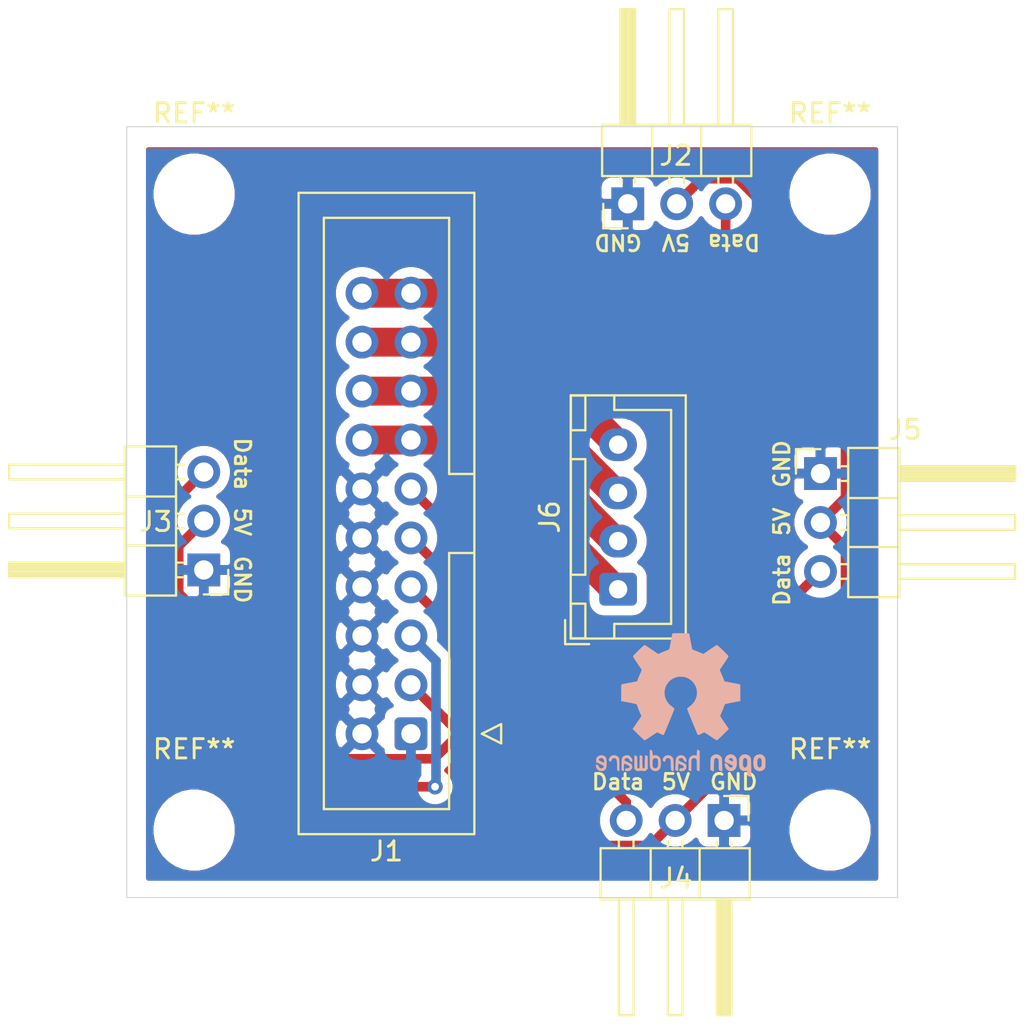
<source format=kicad_pcb>
(kicad_pcb (version 20171130) (host pcbnew 5.1.6-c6e7f7d~87~ubuntu18.04.1)

  (general
    (thickness 1.6)
    (drawings 18)
    (tracks 56)
    (zones 0)
    (modules 11)
    (nets 11)
  )

  (page A4)
  (layers
    (0 F.Cu signal)
    (31 B.Cu signal)
    (32 B.Adhes user hide)
    (33 F.Adhes user hide)
    (34 B.Paste user hide)
    (35 F.Paste user hide)
    (36 B.SilkS user)
    (37 F.SilkS user)
    (38 B.Mask user)
    (39 F.Mask user)
    (40 Dwgs.User user hide)
    (41 Cmts.User user hide)
    (42 Eco1.User user hide)
    (43 Eco2.User user hide)
    (44 Edge.Cuts user)
    (45 Margin user hide)
    (46 B.CrtYd user hide)
    (47 F.CrtYd user hide)
    (48 B.Fab user hide)
    (49 F.Fab user hide)
  )

  (setup
    (last_trace_width 0.5)
    (user_trace_width 0.5)
    (user_trace_width 1)
    (user_trace_width 1.5)
    (trace_clearance 0.2)
    (zone_clearance 0.508)
    (zone_45_only no)
    (trace_min 0.2)
    (via_size 0.8)
    (via_drill 0.4)
    (via_min_size 0.4)
    (via_min_drill 0.3)
    (uvia_size 0.3)
    (uvia_drill 0.1)
    (uvias_allowed no)
    (uvia_min_size 0.2)
    (uvia_min_drill 0.1)
    (edge_width 0.05)
    (segment_width 0.2)
    (pcb_text_width 0.3)
    (pcb_text_size 1.5 1.5)
    (mod_edge_width 0.12)
    (mod_text_size 1 1)
    (mod_text_width 0.15)
    (pad_size 1.524 1.524)
    (pad_drill 0.762)
    (pad_to_mask_clearance 0.05)
    (aux_axis_origin 0 0)
    (visible_elements FFFFFF7F)
    (pcbplotparams
      (layerselection 0x010fc_ffffffff)
      (usegerberextensions false)
      (usegerberattributes true)
      (usegerberadvancedattributes true)
      (creategerberjobfile true)
      (excludeedgelayer true)
      (linewidth 0.100000)
      (plotframeref false)
      (viasonmask false)
      (mode 1)
      (useauxorigin false)
      (hpglpennumber 1)
      (hpglpenspeed 20)
      (hpglpendiameter 15.000000)
      (psnegative false)
      (psa4output false)
      (plotreference true)
      (plotvalue true)
      (plotinvisibletext false)
      (padsonsilk false)
      (subtractmaskfromsilk false)
      (outputformat 1)
      (mirror false)
      (drillshape 1)
      (scaleselection 1)
      (outputdirectory ""))
  )

  (net 0 "")
  (net 1 2B)
  (net 2 2A)
  (net 3 1A)
  (net 4 1B)
  (net 5 SERVO_3)
  (net 6 SERVO_2)
  (net 7 SERVO_1)
  (net 8 SERVO_0)
  (net 9 +5V)
  (net 10 GND)

  (net_class Default "This is the default net class."
    (clearance 0.2)
    (trace_width 0.25)
    (via_dia 0.8)
    (via_drill 0.4)
    (uvia_dia 0.3)
    (uvia_drill 0.1)
    (add_net +5V)
    (add_net 1A)
    (add_net 1B)
    (add_net 2A)
    (add_net 2B)
    (add_net GND)
    (add_net SERVO_0)
    (add_net SERVO_1)
    (add_net SERVO_2)
    (add_net SERVO_3)
  )

  (module Symbol:OSHW-Logo2_9.8x8mm_SilkScreen (layer B.Cu) (tedit 0) (tstamp 60A4C851)
    (at 185.75 125 180)
    (descr "Open Source Hardware Symbol")
    (tags "Logo Symbol OSHW")
    (attr virtual)
    (fp_text reference REF** (at 0 0) (layer B.SilkS) hide
      (effects (font (size 1 1) (thickness 0.15)) (justify mirror))
    )
    (fp_text value OSHW-Logo2_9.8x8mm_SilkScreen (at 0.75 0) (layer B.Fab) hide
      (effects (font (size 1 1) (thickness 0.15)) (justify mirror))
    )
    (fp_poly (pts (xy -3.231114 -2.584505) (xy -3.156461 -2.621727) (xy -3.090569 -2.690261) (xy -3.072423 -2.715648)
      (xy -3.052655 -2.748866) (xy -3.039828 -2.784945) (xy -3.03249 -2.833098) (xy -3.029187 -2.902536)
      (xy -3.028462 -2.994206) (xy -3.031737 -3.11983) (xy -3.043123 -3.214154) (xy -3.064959 -3.284523)
      (xy -3.099581 -3.338286) (xy -3.14933 -3.382788) (xy -3.152986 -3.385423) (xy -3.202015 -3.412377)
      (xy -3.261055 -3.425712) (xy -3.336141 -3.429) (xy -3.458205 -3.429) (xy -3.458256 -3.547497)
      (xy -3.459392 -3.613492) (xy -3.466314 -3.652202) (xy -3.484402 -3.675419) (xy -3.519038 -3.694933)
      (xy -3.527355 -3.69892) (xy -3.56628 -3.717603) (xy -3.596417 -3.729403) (xy -3.618826 -3.730422)
      (xy -3.634567 -3.716761) (xy -3.644698 -3.684522) (xy -3.650277 -3.629804) (xy -3.652365 -3.548711)
      (xy -3.652019 -3.437344) (xy -3.6503 -3.291802) (xy -3.649763 -3.248269) (xy -3.647828 -3.098205)
      (xy -3.646096 -3.000042) (xy -3.458308 -3.000042) (xy -3.457252 -3.083364) (xy -3.452562 -3.13788)
      (xy -3.441949 -3.173837) (xy -3.423128 -3.201482) (xy -3.41035 -3.214965) (xy -3.35811 -3.254417)
      (xy -3.311858 -3.257628) (xy -3.264133 -3.225049) (xy -3.262923 -3.223846) (xy -3.243506 -3.198668)
      (xy -3.231693 -3.164447) (xy -3.225735 -3.111748) (xy -3.22388 -3.031131) (xy -3.223846 -3.013271)
      (xy -3.22833 -2.902175) (xy -3.242926 -2.825161) (xy -3.26935 -2.778147) (xy -3.309317 -2.75705)
      (xy -3.332416 -2.754923) (xy -3.387238 -2.7649) (xy -3.424842 -2.797752) (xy -3.447477 -2.857857)
      (xy -3.457394 -2.949598) (xy -3.458308 -3.000042) (xy -3.646096 -3.000042) (xy -3.645778 -2.98206)
      (xy -3.643127 -2.894679) (xy -3.639394 -2.830905) (xy -3.634093 -2.785582) (xy -3.626742 -2.753555)
      (xy -3.616857 -2.729668) (xy -3.603954 -2.708764) (xy -3.598421 -2.700898) (xy -3.525031 -2.626595)
      (xy -3.43224 -2.584467) (xy -3.324904 -2.572722) (xy -3.231114 -2.584505)) (layer B.SilkS) (width 0.01))
    (fp_poly (pts (xy -1.728336 -2.595089) (xy -1.665633 -2.631358) (xy -1.622039 -2.667358) (xy -1.590155 -2.705075)
      (xy -1.56819 -2.751199) (xy -1.554351 -2.812421) (xy -1.546847 -2.895431) (xy -1.543883 -3.006919)
      (xy -1.543539 -3.087062) (xy -1.543539 -3.382065) (xy -1.709615 -3.456515) (xy -1.719385 -3.133402)
      (xy -1.723421 -3.012729) (xy -1.727656 -2.925141) (xy -1.732903 -2.86465) (xy -1.739975 -2.825268)
      (xy -1.749689 -2.801007) (xy -1.762856 -2.78588) (xy -1.767081 -2.782606) (xy -1.831091 -2.757034)
      (xy -1.895792 -2.767153) (xy -1.934308 -2.794) (xy -1.949975 -2.813024) (xy -1.96082 -2.837988)
      (xy -1.967712 -2.875834) (xy -1.971521 -2.933502) (xy -1.973117 -3.017935) (xy -1.973385 -3.105928)
      (xy -1.973437 -3.216323) (xy -1.975328 -3.294463) (xy -1.981655 -3.347165) (xy -1.995017 -3.381242)
      (xy -2.018015 -3.403511) (xy -2.053246 -3.420787) (xy -2.100303 -3.438738) (xy -2.151697 -3.458278)
      (xy -2.145579 -3.111485) (xy -2.143116 -2.986468) (xy -2.140233 -2.894082) (xy -2.136102 -2.827881)
      (xy -2.129893 -2.78142) (xy -2.120774 -2.748256) (xy -2.107917 -2.721944) (xy -2.092416 -2.698729)
      (xy -2.017629 -2.624569) (xy -1.926372 -2.581684) (xy -1.827117 -2.571412) (xy -1.728336 -2.595089)) (layer B.SilkS) (width 0.01))
    (fp_poly (pts (xy -3.983114 -2.587256) (xy -3.891536 -2.635409) (xy -3.823951 -2.712905) (xy -3.799943 -2.762727)
      (xy -3.781262 -2.837533) (xy -3.771699 -2.932052) (xy -3.770792 -3.03521) (xy -3.778079 -3.135935)
      (xy -3.793097 -3.223153) (xy -3.815385 -3.285791) (xy -3.822235 -3.296579) (xy -3.903368 -3.377105)
      (xy -3.999734 -3.425336) (xy -4.104299 -3.43945) (xy -4.210032 -3.417629) (xy -4.239457 -3.404547)
      (xy -4.296759 -3.364231) (xy -4.34705 -3.310775) (xy -4.351803 -3.303995) (xy -4.371122 -3.271321)
      (xy -4.383892 -3.236394) (xy -4.391436 -3.190414) (xy -4.395076 -3.124584) (xy -4.396135 -3.030105)
      (xy -4.396154 -3.008923) (xy -4.396106 -3.002182) (xy -4.200769 -3.002182) (xy -4.199632 -3.091349)
      (xy -4.195159 -3.15052) (xy -4.185754 -3.188741) (xy -4.169824 -3.215053) (xy -4.161692 -3.223846)
      (xy -4.114942 -3.257261) (xy -4.069553 -3.255737) (xy -4.02366 -3.226752) (xy -3.996288 -3.195809)
      (xy -3.980077 -3.150643) (xy -3.970974 -3.07942) (xy -3.970349 -3.071114) (xy -3.968796 -2.942037)
      (xy -3.985035 -2.846172) (xy -4.018848 -2.784107) (xy -4.070016 -2.756432) (xy -4.08828 -2.754923)
      (xy -4.13624 -2.762513) (xy -4.169047 -2.788808) (xy -4.189105 -2.839095) (xy -4.198822 -2.918664)
      (xy -4.200769 -3.002182) (xy -4.396106 -3.002182) (xy -4.395426 -2.908249) (xy -4.392371 -2.837906)
      (xy -4.385678 -2.789163) (xy -4.37404 -2.753288) (xy -4.356147 -2.721548) (xy -4.352192 -2.715648)
      (xy -4.285733 -2.636104) (xy -4.213315 -2.589929) (xy -4.125151 -2.571599) (xy -4.095213 -2.570703)
      (xy -3.983114 -2.587256)) (layer B.SilkS) (width 0.01))
    (fp_poly (pts (xy -2.465746 -2.599745) (xy -2.388714 -2.651567) (xy -2.329184 -2.726412) (xy -2.293622 -2.821654)
      (xy -2.286429 -2.891756) (xy -2.287246 -2.921009) (xy -2.294086 -2.943407) (xy -2.312888 -2.963474)
      (xy -2.349592 -2.985733) (xy -2.410138 -3.014709) (xy -2.500466 -3.054927) (xy -2.500923 -3.055129)
      (xy -2.584067 -3.09321) (xy -2.652247 -3.127025) (xy -2.698495 -3.152933) (xy -2.715842 -3.167295)
      (xy -2.715846 -3.167411) (xy -2.700557 -3.198685) (xy -2.664804 -3.233157) (xy -2.623758 -3.25799)
      (xy -2.602963 -3.262923) (xy -2.54623 -3.245862) (xy -2.497373 -3.203133) (xy -2.473535 -3.156155)
      (xy -2.450603 -3.121522) (xy -2.405682 -3.082081) (xy -2.352877 -3.048009) (xy -2.30629 -3.02948)
      (xy -2.296548 -3.028462) (xy -2.285582 -3.045215) (xy -2.284921 -3.088039) (xy -2.29298 -3.145781)
      (xy -2.308173 -3.207289) (xy -2.328914 -3.261409) (xy -2.329962 -3.26351) (xy -2.392379 -3.35066)
      (xy -2.473274 -3.409939) (xy -2.565144 -3.439034) (xy -2.660487 -3.435634) (xy -2.751802 -3.397428)
      (xy -2.755862 -3.394741) (xy -2.827694 -3.329642) (xy -2.874927 -3.244705) (xy -2.901066 -3.133021)
      (xy -2.904574 -3.101643) (xy -2.910787 -2.953536) (xy -2.903339 -2.884468) (xy -2.715846 -2.884468)
      (xy -2.71341 -2.927552) (xy -2.700086 -2.940126) (xy -2.666868 -2.930719) (xy -2.614506 -2.908483)
      (xy -2.555976 -2.88061) (xy -2.554521 -2.879872) (xy -2.504911 -2.853777) (xy -2.485 -2.836363)
      (xy -2.48991 -2.818107) (xy -2.510584 -2.79412) (xy -2.563181 -2.759406) (xy -2.619823 -2.756856)
      (xy -2.670631 -2.782119) (xy -2.705724 -2.830847) (xy -2.715846 -2.884468) (xy -2.903339 -2.884468)
      (xy -2.898008 -2.835036) (xy -2.865222 -2.741055) (xy -2.819579 -2.675215) (xy -2.737198 -2.608681)
      (xy -2.646454 -2.575676) (xy -2.553815 -2.573573) (xy -2.465746 -2.599745)) (layer B.SilkS) (width 0.01))
    (fp_poly (pts (xy -0.840154 -2.49212) (xy -0.834428 -2.57198) (xy -0.827851 -2.619039) (xy -0.818738 -2.639566)
      (xy -0.805402 -2.639829) (xy -0.801077 -2.637378) (xy -0.743556 -2.619636) (xy -0.668732 -2.620672)
      (xy -0.592661 -2.63891) (xy -0.545082 -2.662505) (xy -0.496298 -2.700198) (xy -0.460636 -2.742855)
      (xy -0.436155 -2.797057) (xy -0.420913 -2.869384) (xy -0.41297 -2.966419) (xy -0.410384 -3.094742)
      (xy -0.410338 -3.119358) (xy -0.410308 -3.39587) (xy -0.471839 -3.41732) (xy -0.515541 -3.431912)
      (xy -0.539518 -3.438706) (xy -0.540223 -3.438769) (xy -0.542585 -3.420345) (xy -0.544594 -3.369526)
      (xy -0.546099 -3.292993) (xy -0.546947 -3.19743) (xy -0.547077 -3.139329) (xy -0.547349 -3.024771)
      (xy -0.548748 -2.942667) (xy -0.552151 -2.886393) (xy -0.558433 -2.849326) (xy -0.568471 -2.824844)
      (xy -0.583139 -2.806325) (xy -0.592298 -2.797406) (xy -0.655211 -2.761466) (xy -0.723864 -2.758775)
      (xy -0.786152 -2.78917) (xy -0.797671 -2.800144) (xy -0.814567 -2.820779) (xy -0.826286 -2.845256)
      (xy -0.833767 -2.880647) (xy -0.837946 -2.934026) (xy -0.839763 -3.012466) (xy -0.840154 -3.120617)
      (xy -0.840154 -3.39587) (xy -0.901685 -3.41732) (xy -0.945387 -3.431912) (xy -0.969364 -3.438706)
      (xy -0.97007 -3.438769) (xy -0.971874 -3.420069) (xy -0.9735 -3.367322) (xy -0.974883 -3.285557)
      (xy -0.975958 -3.179805) (xy -0.97666 -3.055094) (xy -0.976923 -2.916455) (xy -0.976923 -2.381806)
      (xy -0.849923 -2.328236) (xy -0.840154 -2.49212)) (layer B.SilkS) (width 0.01))
    (fp_poly (pts (xy 0.053501 -2.626303) (xy 0.13006 -2.654733) (xy 0.130936 -2.655279) (xy 0.178285 -2.690127)
      (xy 0.213241 -2.730852) (xy 0.237825 -2.783925) (xy 0.254062 -2.855814) (xy 0.263975 -2.952992)
      (xy 0.269586 -3.081928) (xy 0.270077 -3.100298) (xy 0.277141 -3.377287) (xy 0.217695 -3.408028)
      (xy 0.174681 -3.428802) (xy 0.14871 -3.438646) (xy 0.147509 -3.438769) (xy 0.143014 -3.420606)
      (xy 0.139444 -3.371612) (xy 0.137248 -3.300031) (xy 0.136769 -3.242068) (xy 0.136758 -3.14817)
      (xy 0.132466 -3.089203) (xy 0.117503 -3.061079) (xy 0.085482 -3.059706) (xy 0.030014 -3.080998)
      (xy -0.053731 -3.120136) (xy -0.115311 -3.152643) (xy -0.146983 -3.180845) (xy -0.156294 -3.211582)
      (xy -0.156308 -3.213104) (xy -0.140943 -3.266054) (xy -0.095453 -3.29466) (xy -0.025834 -3.298803)
      (xy 0.024313 -3.298084) (xy 0.050754 -3.312527) (xy 0.067243 -3.347218) (xy 0.076733 -3.391416)
      (xy 0.063057 -3.416493) (xy 0.057907 -3.420082) (xy 0.009425 -3.434496) (xy -0.058469 -3.436537)
      (xy -0.128388 -3.426983) (xy -0.177932 -3.409522) (xy -0.24643 -3.351364) (xy -0.285366 -3.270408)
      (xy -0.293077 -3.20716) (xy -0.287193 -3.150111) (xy -0.265899 -3.103542) (xy -0.223735 -3.062181)
      (xy -0.155241 -3.020755) (xy -0.054956 -2.973993) (xy -0.048846 -2.97135) (xy 0.04149 -2.929617)
      (xy 0.097235 -2.895391) (xy 0.121129 -2.864635) (xy 0.115913 -2.833311) (xy 0.084328 -2.797383)
      (xy 0.074883 -2.789116) (xy 0.011617 -2.757058) (xy -0.053936 -2.758407) (xy -0.111028 -2.789838)
      (xy -0.148907 -2.848024) (xy -0.152426 -2.859446) (xy -0.1867 -2.914837) (xy -0.230191 -2.941518)
      (xy -0.293077 -2.96796) (xy -0.293077 -2.899548) (xy -0.273948 -2.80011) (xy -0.217169 -2.708902)
      (xy -0.187622 -2.678389) (xy -0.120458 -2.639228) (xy -0.035044 -2.6215) (xy 0.053501 -2.626303)) (layer B.SilkS) (width 0.01))
    (fp_poly (pts (xy 0.713362 -2.62467) (xy 0.802117 -2.657421) (xy 0.874022 -2.71535) (xy 0.902144 -2.756128)
      (xy 0.932802 -2.830954) (xy 0.932165 -2.885058) (xy 0.899987 -2.921446) (xy 0.888081 -2.927633)
      (xy 0.836675 -2.946925) (xy 0.810422 -2.941982) (xy 0.80153 -2.909587) (xy 0.801077 -2.891692)
      (xy 0.784797 -2.825859) (xy 0.742365 -2.779807) (xy 0.683388 -2.757564) (xy 0.617475 -2.763161)
      (xy 0.563895 -2.792229) (xy 0.545798 -2.80881) (xy 0.532971 -2.828925) (xy 0.524306 -2.859332)
      (xy 0.518696 -2.906788) (xy 0.515035 -2.97805) (xy 0.512215 -3.079875) (xy 0.511484 -3.112115)
      (xy 0.50882 -3.22241) (xy 0.505792 -3.300036) (xy 0.50125 -3.351396) (xy 0.494046 -3.38289)
      (xy 0.483033 -3.40092) (xy 0.46706 -3.411888) (xy 0.456834 -3.416733) (xy 0.413406 -3.433301)
      (xy 0.387842 -3.438769) (xy 0.379395 -3.420507) (xy 0.374239 -3.365296) (xy 0.372346 -3.272499)
      (xy 0.373689 -3.141478) (xy 0.374107 -3.121269) (xy 0.377058 -3.001733) (xy 0.380548 -2.914449)
      (xy 0.385514 -2.852591) (xy 0.392893 -2.809336) (xy 0.403624 -2.77786) (xy 0.418645 -2.751339)
      (xy 0.426502 -2.739975) (xy 0.471553 -2.689692) (xy 0.52194 -2.650581) (xy 0.528108 -2.647167)
      (xy 0.618458 -2.620212) (xy 0.713362 -2.62467)) (layer B.SilkS) (width 0.01))
    (fp_poly (pts (xy 1.602081 -2.780289) (xy 1.601833 -2.92632) (xy 1.600872 -3.038655) (xy 1.598794 -3.122678)
      (xy 1.595193 -3.183769) (xy 1.589665 -3.227309) (xy 1.581804 -3.258679) (xy 1.571207 -3.283262)
      (xy 1.563182 -3.297294) (xy 1.496728 -3.373388) (xy 1.41247 -3.421084) (xy 1.319249 -3.438199)
      (xy 1.2259 -3.422546) (xy 1.170312 -3.394418) (xy 1.111957 -3.34576) (xy 1.072186 -3.286333)
      (xy 1.04819 -3.208507) (xy 1.037161 -3.104652) (xy 1.035599 -3.028462) (xy 1.035809 -3.022986)
      (xy 1.172308 -3.022986) (xy 1.173141 -3.110355) (xy 1.176961 -3.168192) (xy 1.185746 -3.206029)
      (xy 1.201474 -3.233398) (xy 1.220266 -3.254042) (xy 1.283375 -3.29389) (xy 1.351137 -3.297295)
      (xy 1.415179 -3.264025) (xy 1.420164 -3.259517) (xy 1.441439 -3.236067) (xy 1.454779 -3.208166)
      (xy 1.462001 -3.166641) (xy 1.464923 -3.102316) (xy 1.465385 -3.0312) (xy 1.464383 -2.941858)
      (xy 1.460238 -2.882258) (xy 1.451236 -2.843089) (xy 1.435667 -2.81504) (xy 1.422902 -2.800144)
      (xy 1.3636 -2.762575) (xy 1.295301 -2.758057) (xy 1.23011 -2.786753) (xy 1.217528 -2.797406)
      (xy 1.196111 -2.821063) (xy 1.182744 -2.849251) (xy 1.175566 -2.891245) (xy 1.172719 -2.956319)
      (xy 1.172308 -3.022986) (xy 1.035809 -3.022986) (xy 1.040322 -2.905765) (xy 1.056362 -2.813577)
      (xy 1.086528 -2.744269) (xy 1.133629 -2.690211) (xy 1.170312 -2.662505) (xy 1.23699 -2.632572)
      (xy 1.314272 -2.618678) (xy 1.38611 -2.622397) (xy 1.426308 -2.6374) (xy 1.442082 -2.64167)
      (xy 1.45255 -2.62575) (xy 1.459856 -2.583089) (xy 1.465385 -2.518106) (xy 1.471437 -2.445732)
      (xy 1.479844 -2.402187) (xy 1.495141 -2.377287) (xy 1.521864 -2.360845) (xy 1.538654 -2.353564)
      (xy 1.602154 -2.326963) (xy 1.602081 -2.780289)) (layer B.SilkS) (width 0.01))
    (fp_poly (pts (xy 2.395929 -2.636662) (xy 2.398911 -2.688068) (xy 2.401247 -2.766192) (xy 2.402749 -2.864857)
      (xy 2.403231 -2.968343) (xy 2.403231 -3.318533) (xy 2.341401 -3.380363) (xy 2.298793 -3.418462)
      (xy 2.26139 -3.433895) (xy 2.21027 -3.432918) (xy 2.189978 -3.430433) (xy 2.126554 -3.4232)
      (xy 2.074095 -3.419055) (xy 2.061308 -3.418672) (xy 2.018199 -3.421176) (xy 1.956544 -3.427462)
      (xy 1.932638 -3.430433) (xy 1.873922 -3.435028) (xy 1.834464 -3.425046) (xy 1.795338 -3.394228)
      (xy 1.781215 -3.380363) (xy 1.719385 -3.318533) (xy 1.719385 -2.663503) (xy 1.76915 -2.640829)
      (xy 1.812002 -2.624034) (xy 1.837073 -2.618154) (xy 1.843501 -2.636736) (xy 1.849509 -2.688655)
      (xy 1.854697 -2.768172) (xy 1.858664 -2.869546) (xy 1.860577 -2.955192) (xy 1.865923 -3.292231)
      (xy 1.91256 -3.298825) (xy 1.954976 -3.294214) (xy 1.97576 -3.279287) (xy 1.98157 -3.251377)
      (xy 1.98653 -3.191925) (xy 1.990246 -3.108466) (xy 1.992324 -3.008532) (xy 1.992624 -2.957104)
      (xy 1.992923 -2.661054) (xy 2.054454 -2.639604) (xy 2.098004 -2.62502) (xy 2.121694 -2.618219)
      (xy 2.122377 -2.618154) (xy 2.124754 -2.636642) (xy 2.127366 -2.687906) (xy 2.129995 -2.765649)
      (xy 2.132421 -2.863574) (xy 2.134115 -2.955192) (xy 2.139461 -3.292231) (xy 2.256692 -3.292231)
      (xy 2.262072 -2.984746) (xy 2.267451 -2.677261) (xy 2.324601 -2.647707) (xy 2.366797 -2.627413)
      (xy 2.39177 -2.618204) (xy 2.392491 -2.618154) (xy 2.395929 -2.636662)) (layer B.SilkS) (width 0.01))
    (fp_poly (pts (xy 2.887333 -2.633528) (xy 2.94359 -2.659117) (xy 2.987747 -2.690124) (xy 3.020101 -2.724795)
      (xy 3.042438 -2.76952) (xy 3.056546 -2.830692) (xy 3.064211 -2.914701) (xy 3.06722 -3.02794)
      (xy 3.067538 -3.102509) (xy 3.067538 -3.39342) (xy 3.017773 -3.416095) (xy 2.978576 -3.432667)
      (xy 2.959157 -3.438769) (xy 2.955442 -3.42061) (xy 2.952495 -3.371648) (xy 2.950691 -3.300153)
      (xy 2.950308 -3.243385) (xy 2.948661 -3.161371) (xy 2.944222 -3.096309) (xy 2.93774 -3.056467)
      (xy 2.93259 -3.048) (xy 2.897977 -3.056646) (xy 2.84364 -3.078823) (xy 2.780722 -3.108886)
      (xy 2.720368 -3.141192) (xy 2.673721 -3.170098) (xy 2.651926 -3.189961) (xy 2.651839 -3.190175)
      (xy 2.653714 -3.226935) (xy 2.670525 -3.262026) (xy 2.700039 -3.290528) (xy 2.743116 -3.300061)
      (xy 2.779932 -3.29895) (xy 2.832074 -3.298133) (xy 2.859444 -3.310349) (xy 2.875882 -3.342624)
      (xy 2.877955 -3.34871) (xy 2.885081 -3.394739) (xy 2.866024 -3.422687) (xy 2.816353 -3.436007)
      (xy 2.762697 -3.43847) (xy 2.666142 -3.42021) (xy 2.616159 -3.394131) (xy 2.554429 -3.332868)
      (xy 2.52169 -3.25767) (xy 2.518753 -3.178211) (xy 2.546424 -3.104167) (xy 2.588047 -3.057769)
      (xy 2.629604 -3.031793) (xy 2.694922 -2.998907) (xy 2.771038 -2.965557) (xy 2.783726 -2.960461)
      (xy 2.867333 -2.923565) (xy 2.91553 -2.891046) (xy 2.93103 -2.858718) (xy 2.91655 -2.822394)
      (xy 2.891692 -2.794) (xy 2.832939 -2.759039) (xy 2.768293 -2.756417) (xy 2.709008 -2.783358)
      (xy 2.666339 -2.837088) (xy 2.660739 -2.85095) (xy 2.628133 -2.901936) (xy 2.58053 -2.939787)
      (xy 2.520461 -2.97085) (xy 2.520461 -2.882768) (xy 2.523997 -2.828951) (xy 2.539156 -2.786534)
      (xy 2.572768 -2.741279) (xy 2.605035 -2.70642) (xy 2.655209 -2.657062) (xy 2.694193 -2.630547)
      (xy 2.736064 -2.619911) (xy 2.78346 -2.618154) (xy 2.887333 -2.633528)) (layer B.SilkS) (width 0.01))
    (fp_poly (pts (xy 3.570807 -2.636782) (xy 3.594161 -2.646988) (xy 3.649902 -2.691134) (xy 3.697569 -2.754967)
      (xy 3.727048 -2.823087) (xy 3.731846 -2.85667) (xy 3.71576 -2.903556) (xy 3.680475 -2.928365)
      (xy 3.642644 -2.943387) (xy 3.625321 -2.946155) (xy 3.616886 -2.926066) (xy 3.60023 -2.882351)
      (xy 3.592923 -2.862598) (xy 3.551948 -2.794271) (xy 3.492622 -2.760191) (xy 3.416552 -2.761239)
      (xy 3.410918 -2.762581) (xy 3.370305 -2.781836) (xy 3.340448 -2.819375) (xy 3.320055 -2.879809)
      (xy 3.307836 -2.967751) (xy 3.3025 -3.087813) (xy 3.302 -3.151698) (xy 3.301752 -3.252403)
      (xy 3.300126 -3.321054) (xy 3.295801 -3.364673) (xy 3.287454 -3.390282) (xy 3.273765 -3.404903)
      (xy 3.253411 -3.415558) (xy 3.252234 -3.416095) (xy 3.213038 -3.432667) (xy 3.193619 -3.438769)
      (xy 3.190635 -3.420319) (xy 3.188081 -3.369323) (xy 3.18614 -3.292308) (xy 3.184997 -3.195805)
      (xy 3.184769 -3.125184) (xy 3.185932 -2.988525) (xy 3.190479 -2.884851) (xy 3.199999 -2.808108)
      (xy 3.216081 -2.752246) (xy 3.240313 -2.711212) (xy 3.274286 -2.678954) (xy 3.307833 -2.65644)
      (xy 3.388499 -2.626476) (xy 3.482381 -2.619718) (xy 3.570807 -2.636782)) (layer B.SilkS) (width 0.01))
    (fp_poly (pts (xy 4.245224 -2.647838) (xy 4.322528 -2.698361) (xy 4.359814 -2.74359) (xy 4.389353 -2.825663)
      (xy 4.391699 -2.890607) (xy 4.386385 -2.977445) (xy 4.186115 -3.065103) (xy 4.088739 -3.109887)
      (xy 4.025113 -3.145913) (xy 3.992029 -3.177117) (xy 3.98628 -3.207436) (xy 4.004658 -3.240805)
      (xy 4.024923 -3.262923) (xy 4.083889 -3.298393) (xy 4.148024 -3.300879) (xy 4.206926 -3.273235)
      (xy 4.250197 -3.21832) (xy 4.257936 -3.198928) (xy 4.295006 -3.138364) (xy 4.337654 -3.112552)
      (xy 4.396154 -3.090471) (xy 4.396154 -3.174184) (xy 4.390982 -3.23115) (xy 4.370723 -3.279189)
      (xy 4.328262 -3.334346) (xy 4.321951 -3.341514) (xy 4.27472 -3.390585) (xy 4.234121 -3.41692)
      (xy 4.183328 -3.429035) (xy 4.14122 -3.433003) (xy 4.065902 -3.433991) (xy 4.012286 -3.421466)
      (xy 3.978838 -3.402869) (xy 3.926268 -3.361975) (xy 3.889879 -3.317748) (xy 3.86685 -3.262126)
      (xy 3.854359 -3.187047) (xy 3.849587 -3.084449) (xy 3.849206 -3.032376) (xy 3.850501 -2.969948)
      (xy 3.968471 -2.969948) (xy 3.969839 -3.003438) (xy 3.973249 -3.008923) (xy 3.995753 -3.001472)
      (xy 4.044182 -2.981753) (xy 4.108908 -2.953718) (xy 4.122443 -2.947692) (xy 4.204244 -2.906096)
      (xy 4.249312 -2.869538) (xy 4.259217 -2.835296) (xy 4.235526 -2.800648) (xy 4.21596 -2.785339)
      (xy 4.14536 -2.754721) (xy 4.07928 -2.75978) (xy 4.023959 -2.797151) (xy 3.985636 -2.863473)
      (xy 3.973349 -2.916116) (xy 3.968471 -2.969948) (xy 3.850501 -2.969948) (xy 3.85173 -2.91072)
      (xy 3.861032 -2.82071) (xy 3.87946 -2.755167) (xy 3.90936 -2.706912) (xy 3.95308 -2.668767)
      (xy 3.972141 -2.65644) (xy 4.058726 -2.624336) (xy 4.153522 -2.622316) (xy 4.245224 -2.647838)) (layer B.SilkS) (width 0.01))
    (fp_poly (pts (xy 0.139878 3.712224) (xy 0.245612 3.711645) (xy 0.322132 3.710078) (xy 0.374372 3.707028)
      (xy 0.407263 3.702004) (xy 0.425737 3.694511) (xy 0.434727 3.684056) (xy 0.439163 3.670147)
      (xy 0.439594 3.668346) (xy 0.446333 3.635855) (xy 0.458808 3.571748) (xy 0.475719 3.482849)
      (xy 0.495771 3.375981) (xy 0.517664 3.257967) (xy 0.518429 3.253822) (xy 0.540359 3.138169)
      (xy 0.560877 3.035986) (xy 0.578659 2.953402) (xy 0.592381 2.896544) (xy 0.600718 2.871542)
      (xy 0.601116 2.871099) (xy 0.625677 2.85889) (xy 0.676315 2.838544) (xy 0.742095 2.814455)
      (xy 0.742461 2.814326) (xy 0.825317 2.783182) (xy 0.923 2.743509) (xy 1.015077 2.703619)
      (xy 1.019434 2.701647) (xy 1.169407 2.63358) (xy 1.501498 2.860361) (xy 1.603374 2.929496)
      (xy 1.695657 2.991303) (xy 1.773003 3.042267) (xy 1.830064 3.078873) (xy 1.861495 3.097606)
      (xy 1.864479 3.098996) (xy 1.887321 3.09281) (xy 1.929982 3.062965) (xy 1.994128 3.008053)
      (xy 2.081421 2.926666) (xy 2.170535 2.840078) (xy 2.256441 2.754753) (xy 2.333327 2.676892)
      (xy 2.396564 2.611303) (xy 2.441523 2.562795) (xy 2.463576 2.536175) (xy 2.464396 2.534805)
      (xy 2.466834 2.516537) (xy 2.45765 2.486705) (xy 2.434574 2.441279) (xy 2.395337 2.37623)
      (xy 2.33767 2.28753) (xy 2.260795 2.173343) (xy 2.19257 2.072838) (xy 2.131582 1.982697)
      (xy 2.081356 1.908151) (xy 2.045416 1.854435) (xy 2.027287 1.826782) (xy 2.026146 1.824905)
      (xy 2.028359 1.79841) (xy 2.045138 1.746914) (xy 2.073142 1.680149) (xy 2.083122 1.658828)
      (xy 2.126672 1.563841) (xy 2.173134 1.456063) (xy 2.210877 1.362808) (xy 2.238073 1.293594)
      (xy 2.259675 1.240994) (xy 2.272158 1.213503) (xy 2.273709 1.211384) (xy 2.296668 1.207876)
      (xy 2.350786 1.198262) (xy 2.428868 1.183911) (xy 2.523719 1.166193) (xy 2.628143 1.146475)
      (xy 2.734944 1.126126) (xy 2.836926 1.106514) (xy 2.926894 1.089009) (xy 2.997653 1.074978)
      (xy 3.042006 1.065791) (xy 3.052885 1.063193) (xy 3.064122 1.056782) (xy 3.072605 1.042303)
      (xy 3.078714 1.014867) (xy 3.082832 0.969589) (xy 3.085341 0.90158) (xy 3.086621 0.805953)
      (xy 3.087054 0.67782) (xy 3.087077 0.625299) (xy 3.087077 0.198155) (xy 2.9845 0.177909)
      (xy 2.927431 0.16693) (xy 2.842269 0.150905) (xy 2.739372 0.131767) (xy 2.629096 0.111449)
      (xy 2.598615 0.105868) (xy 2.496855 0.086083) (xy 2.408205 0.066627) (xy 2.340108 0.049303)
      (xy 2.300004 0.035912) (xy 2.293323 0.031921) (xy 2.276919 0.003658) (xy 2.253399 -0.051109)
      (xy 2.227316 -0.121588) (xy 2.222142 -0.136769) (xy 2.187956 -0.230896) (xy 2.145523 -0.337101)
      (xy 2.103997 -0.432473) (xy 2.103792 -0.432916) (xy 2.03464 -0.582525) (xy 2.489512 -1.251617)
      (xy 2.1975 -1.544116) (xy 2.10918 -1.63117) (xy 2.028625 -1.707909) (xy 1.96036 -1.770237)
      (xy 1.908908 -1.814056) (xy 1.878794 -1.83527) (xy 1.874474 -1.836616) (xy 1.849111 -1.826016)
      (xy 1.797358 -1.796547) (xy 1.724868 -1.751705) (xy 1.637294 -1.694984) (xy 1.542612 -1.631462)
      (xy 1.446516 -1.566668) (xy 1.360837 -1.510287) (xy 1.291016 -1.465788) (xy 1.242494 -1.436639)
      (xy 1.220782 -1.426308) (xy 1.194293 -1.43505) (xy 1.144062 -1.458087) (xy 1.080451 -1.490631)
      (xy 1.073708 -1.494249) (xy 0.988046 -1.53721) (xy 0.929306 -1.558279) (xy 0.892772 -1.558503)
      (xy 0.873731 -1.538928) (xy 0.87362 -1.538654) (xy 0.864102 -1.515472) (xy 0.841403 -1.460441)
      (xy 0.807282 -1.377822) (xy 0.7635 -1.271872) (xy 0.711816 -1.146852) (xy 0.653992 -1.00702)
      (xy 0.597991 -0.871637) (xy 0.536447 -0.722234) (xy 0.479939 -0.583832) (xy 0.430161 -0.460673)
      (xy 0.388806 -0.357002) (xy 0.357568 -0.277059) (xy 0.338141 -0.225088) (xy 0.332154 -0.205692)
      (xy 0.347168 -0.183443) (xy 0.386439 -0.147982) (xy 0.438807 -0.108887) (xy 0.587941 0.014755)
      (xy 0.704511 0.156478) (xy 0.787118 0.313296) (xy 0.834366 0.482225) (xy 0.844857 0.660278)
      (xy 0.837231 0.742461) (xy 0.795682 0.912969) (xy 0.724123 1.063541) (xy 0.626995 1.192691)
      (xy 0.508734 1.298936) (xy 0.37378 1.38079) (xy 0.226571 1.436768) (xy 0.071544 1.465385)
      (xy -0.086861 1.465156) (xy -0.244206 1.434595) (xy -0.396054 1.372218) (xy -0.537965 1.27654)
      (xy -0.597197 1.222428) (xy -0.710797 1.08348) (xy -0.789894 0.931639) (xy -0.835014 0.771333)
      (xy -0.846684 0.606988) (xy -0.825431 0.443029) (xy -0.77178 0.283882) (xy -0.68626 0.133975)
      (xy -0.569395 -0.002267) (xy -0.438807 -0.108887) (xy -0.384412 -0.149642) (xy -0.345986 -0.184718)
      (xy -0.332154 -0.205726) (xy -0.339397 -0.228635) (xy -0.359995 -0.283365) (xy -0.392254 -0.365672)
      (xy -0.434479 -0.471315) (xy -0.484977 -0.59605) (xy -0.542052 -0.735636) (xy -0.598146 -0.87167)
      (xy -0.660033 -1.021201) (xy -0.717356 -1.159767) (xy -0.768356 -1.283107) (xy -0.811273 -1.386964)
      (xy -0.844347 -1.46708) (xy -0.865819 -1.519195) (xy -0.873775 -1.538654) (xy -0.892571 -1.558423)
      (xy -0.928926 -1.558365) (xy -0.987521 -1.537441) (xy -1.073032 -1.494613) (xy -1.073708 -1.494249)
      (xy -1.138093 -1.461012) (xy -1.190139 -1.436802) (xy -1.219488 -1.426404) (xy -1.220783 -1.426308)
      (xy -1.242876 -1.436855) (xy -1.291652 -1.466184) (xy -1.361669 -1.510827) (xy -1.447486 -1.567314)
      (xy -1.542612 -1.631462) (xy -1.63946 -1.696411) (xy -1.726747 -1.752896) (xy -1.798819 -1.797421)
      (xy -1.850023 -1.82649) (xy -1.874474 -1.836616) (xy -1.89699 -1.823307) (xy -1.942258 -1.786112)
      (xy -2.005756 -1.729128) (xy -2.082961 -1.656449) (xy -2.169349 -1.572171) (xy -2.197601 -1.544016)
      (xy -2.489713 -1.251416) (xy -2.267369 -0.925104) (xy -2.199798 -0.824897) (xy -2.140493 -0.734963)
      (xy -2.092783 -0.66051) (xy -2.059993 -0.606751) (xy -2.045452 -0.578894) (xy -2.045026 -0.576912)
      (xy -2.052692 -0.550655) (xy -2.073311 -0.497837) (xy -2.103315 -0.42731) (xy -2.124375 -0.380093)
      (xy -2.163752 -0.289694) (xy -2.200835 -0.198366) (xy -2.229585 -0.1212) (xy -2.237395 -0.097692)
      (xy -2.259583 -0.034916) (xy -2.281273 0.013589) (xy -2.293187 0.031921) (xy -2.319477 0.043141)
      (xy -2.376858 0.059046) (xy -2.457882 0.077833) (xy -2.555105 0.097701) (xy -2.598615 0.105868)
      (xy -2.709104 0.126171) (xy -2.815084 0.14583) (xy -2.906199 0.162912) (xy -2.972092 0.175482)
      (xy -2.9845 0.177909) (xy -3.087077 0.198155) (xy -3.087077 0.625299) (xy -3.086847 0.765754)
      (xy -3.085901 0.872021) (xy -3.083859 0.948987) (xy -3.080338 1.00154) (xy -3.074957 1.034567)
      (xy -3.067334 1.052955) (xy -3.057088 1.061592) (xy -3.052885 1.063193) (xy -3.02753 1.068873)
      (xy -2.971516 1.080205) (xy -2.892036 1.095821) (xy -2.796288 1.114353) (xy -2.691467 1.134431)
      (xy -2.584768 1.154688) (xy -2.483387 1.173754) (xy -2.394521 1.190261) (xy -2.325363 1.202841)
      (xy -2.283111 1.210125) (xy -2.27371 1.211384) (xy -2.265193 1.228237) (xy -2.24634 1.27313)
      (xy -2.220676 1.33757) (xy -2.210877 1.362808) (xy -2.171352 1.460314) (xy -2.124808 1.568041)
      (xy -2.083123 1.658828) (xy -2.05245 1.728247) (xy -2.032044 1.78529) (xy -2.025232 1.820223)
      (xy -2.026318 1.824905) (xy -2.040715 1.847009) (xy -2.073588 1.896169) (xy -2.12141 1.967152)
      (xy -2.180652 2.054722) (xy -2.247785 2.153643) (xy -2.261059 2.17317) (xy -2.338954 2.28886)
      (xy -2.396213 2.376956) (xy -2.435119 2.441514) (xy -2.457956 2.486589) (xy -2.467006 2.516237)
      (xy -2.464552 2.534515) (xy -2.464489 2.534631) (xy -2.445173 2.558639) (xy -2.402449 2.605053)
      (xy -2.340949 2.669063) (xy -2.265302 2.745855) (xy -2.180139 2.830618) (xy -2.170535 2.840078)
      (xy -2.06321 2.944011) (xy -1.980385 3.020325) (xy -1.920395 3.070429) (xy -1.881577 3.09573)
      (xy -1.86448 3.098996) (xy -1.839527 3.08475) (xy -1.787745 3.051844) (xy -1.71448 3.003792)
      (xy -1.62508 2.94411) (xy -1.524889 2.876312) (xy -1.501499 2.860361) (xy -1.169407 2.63358)
      (xy -1.019435 2.701647) (xy -0.92823 2.741315) (xy -0.830331 2.781209) (xy -0.746169 2.813017)
      (xy -0.742462 2.814326) (xy -0.676631 2.838424) (xy -0.625884 2.8588) (xy -0.601158 2.871064)
      (xy -0.601116 2.871099) (xy -0.593271 2.893266) (xy -0.579934 2.947783) (xy -0.56243 3.02852)
      (xy -0.542083 3.12935) (xy -0.520218 3.244144) (xy -0.518429 3.253822) (xy -0.496496 3.372096)
      (xy -0.47636 3.479458) (xy -0.45932 3.569083) (xy -0.446672 3.634149) (xy -0.439716 3.667832)
      (xy -0.439594 3.668346) (xy -0.435361 3.682675) (xy -0.427129 3.693493) (xy -0.409967 3.701294)
      (xy -0.378942 3.706571) (xy -0.329122 3.709818) (xy -0.255576 3.711528) (xy -0.153371 3.712193)
      (xy -0.017575 3.712307) (xy 0 3.712308) (xy 0.139878 3.712224)) (layer B.SilkS) (width 0.01))
  )

  (module MountingHole:MountingHole_3.2mm_M3 (layer F.Cu) (tedit 56D1B4CB) (tstamp 60A4C0C5)
    (at 160.5 98.5)
    (descr "Mounting Hole 3.2mm, no annular, M3")
    (tags "mounting hole 3.2mm no annular m3")
    (attr virtual)
    (fp_text reference REF** (at 0 -4.2) (layer F.SilkS)
      (effects (font (size 1 1) (thickness 0.15)))
    )
    (fp_text value MountingHole_3.2mm_M3 (at 0 4.2) (layer F.Fab)
      (effects (font (size 1 1) (thickness 0.15)))
    )
    (fp_circle (center 0 0) (end 3.2 0) (layer Cmts.User) (width 0.15))
    (fp_circle (center 0 0) (end 3.45 0) (layer F.CrtYd) (width 0.05))
    (fp_text user %R (at 0.3 0) (layer F.Fab)
      (effects (font (size 1 1) (thickness 0.15)))
    )
    (pad 1 np_thru_hole circle (at 0 0) (size 3.2 3.2) (drill 3.2) (layers *.Cu *.Mask))
  )

  (module MountingHole:MountingHole_3.2mm_M3 (layer F.Cu) (tedit 56D1B4CB) (tstamp 60A4C0C5)
    (at 160.5 131.5)
    (descr "Mounting Hole 3.2mm, no annular, M3")
    (tags "mounting hole 3.2mm no annular m3")
    (attr virtual)
    (fp_text reference REF** (at 0 -4.2) (layer F.SilkS)
      (effects (font (size 1 1) (thickness 0.15)))
    )
    (fp_text value MountingHole_3.2mm_M3 (at 0 4.2) (layer F.Fab)
      (effects (font (size 1 1) (thickness 0.15)))
    )
    (fp_circle (center 0 0) (end 3.2 0) (layer Cmts.User) (width 0.15))
    (fp_circle (center 0 0) (end 3.45 0) (layer F.CrtYd) (width 0.05))
    (fp_text user %R (at 0.3 0) (layer F.Fab)
      (effects (font (size 1 1) (thickness 0.15)))
    )
    (pad 1 np_thru_hole circle (at 0 0) (size 3.2 3.2) (drill 3.2) (layers *.Cu *.Mask))
  )

  (module MountingHole:MountingHole_3.2mm_M3 (layer F.Cu) (tedit 56D1B4CB) (tstamp 60A4C0C5)
    (at 193.5 131.5)
    (descr "Mounting Hole 3.2mm, no annular, M3")
    (tags "mounting hole 3.2mm no annular m3")
    (attr virtual)
    (fp_text reference REF** (at 0 -4.2) (layer F.SilkS)
      (effects (font (size 1 1) (thickness 0.15)))
    )
    (fp_text value MountingHole_3.2mm_M3 (at 0 4.2) (layer F.Fab)
      (effects (font (size 1 1) (thickness 0.15)))
    )
    (fp_circle (center 0 0) (end 3.2 0) (layer Cmts.User) (width 0.15))
    (fp_circle (center 0 0) (end 3.45 0) (layer F.CrtYd) (width 0.05))
    (fp_text user %R (at 0.3 0) (layer F.Fab)
      (effects (font (size 1 1) (thickness 0.15)))
    )
    (pad 1 np_thru_hole circle (at 0 0) (size 3.2 3.2) (drill 3.2) (layers *.Cu *.Mask))
  )

  (module MountingHole:MountingHole_3.2mm_M3 (layer F.Cu) (tedit 56D1B4CB) (tstamp 60A4C0B5)
    (at 193.5 98.5)
    (descr "Mounting Hole 3.2mm, no annular, M3")
    (tags "mounting hole 3.2mm no annular m3")
    (attr virtual)
    (fp_text reference REF** (at 0 -4.2) (layer F.SilkS)
      (effects (font (size 1 1) (thickness 0.15)))
    )
    (fp_text value MountingHole_3.2mm_M3 (at 0 4.2) (layer F.Fab)
      (effects (font (size 1 1) (thickness 0.15)))
    )
    (fp_text user %R (at 0.3 0) (layer F.Fab)
      (effects (font (size 1 1) (thickness 0.15)))
    )
    (fp_circle (center 0 0) (end 3.2 0) (layer Cmts.User) (width 0.15))
    (fp_circle (center 0 0) (end 3.45 0) (layer F.CrtYd) (width 0.05))
    (pad 1 np_thru_hole circle (at 0 0) (size 3.2 3.2) (drill 3.2) (layers *.Cu *.Mask))
  )

  (module Connector_IDC:IDC-Header_2x10_P2.54mm_Vertical (layer F.Cu) (tedit 5EAC9A07) (tstamp 60A37DB3)
    (at 171.75 126.5 180)
    (descr "Through hole IDC box header, 2x10, 2.54mm pitch, DIN 41651 / IEC 60603-13, double rows, https://docs.google.com/spreadsheets/d/16SsEcesNF15N3Lb4niX7dcUr-NY5_MFPQhobNuNppn4/edit#gid=0")
    (tags "Through hole vertical IDC box header THT 2x10 2.54mm double row")
    (path /60A37192)
    (fp_text reference J1 (at 1.27 -6.1) (layer F.SilkS)
      (effects (font (size 1 1) (thickness 0.15)))
    )
    (fp_text value Conn_02x10_Odd_Even (at 1.27 28.96) (layer F.Fab)
      (effects (font (size 1 1) (thickness 0.15)))
    )
    (fp_line (start 6.22 -5.6) (end -3.68 -5.6) (layer F.CrtYd) (width 0.05))
    (fp_line (start 6.22 28.46) (end 6.22 -5.6) (layer F.CrtYd) (width 0.05))
    (fp_line (start -3.68 28.46) (end 6.22 28.46) (layer F.CrtYd) (width 0.05))
    (fp_line (start -3.68 -5.6) (end -3.68 28.46) (layer F.CrtYd) (width 0.05))
    (fp_line (start -4.68 0.5) (end -3.68 0) (layer F.SilkS) (width 0.12))
    (fp_line (start -4.68 -0.5) (end -4.68 0.5) (layer F.SilkS) (width 0.12))
    (fp_line (start -3.68 0) (end -4.68 -0.5) (layer F.SilkS) (width 0.12))
    (fp_line (start -1.98 13.48) (end -3.29 13.48) (layer F.SilkS) (width 0.12))
    (fp_line (start -1.98 13.48) (end -1.98 13.48) (layer F.SilkS) (width 0.12))
    (fp_line (start -1.98 26.77) (end -1.98 13.48) (layer F.SilkS) (width 0.12))
    (fp_line (start 4.52 26.77) (end -1.98 26.77) (layer F.SilkS) (width 0.12))
    (fp_line (start 4.52 -3.91) (end 4.52 26.77) (layer F.SilkS) (width 0.12))
    (fp_line (start -1.98 -3.91) (end 4.52 -3.91) (layer F.SilkS) (width 0.12))
    (fp_line (start -1.98 9.38) (end -1.98 -3.91) (layer F.SilkS) (width 0.12))
    (fp_line (start -3.29 9.38) (end -1.98 9.38) (layer F.SilkS) (width 0.12))
    (fp_line (start -3.29 28.07) (end -3.29 -5.21) (layer F.SilkS) (width 0.12))
    (fp_line (start 5.83 28.07) (end -3.29 28.07) (layer F.SilkS) (width 0.12))
    (fp_line (start 5.83 -5.21) (end 5.83 28.07) (layer F.SilkS) (width 0.12))
    (fp_line (start -3.29 -5.21) (end 5.83 -5.21) (layer F.SilkS) (width 0.12))
    (fp_line (start -1.98 13.48) (end -3.18 13.48) (layer F.Fab) (width 0.1))
    (fp_line (start -1.98 13.48) (end -1.98 13.48) (layer F.Fab) (width 0.1))
    (fp_line (start -1.98 26.77) (end -1.98 13.48) (layer F.Fab) (width 0.1))
    (fp_line (start 4.52 26.77) (end -1.98 26.77) (layer F.Fab) (width 0.1))
    (fp_line (start 4.52 -3.91) (end 4.52 26.77) (layer F.Fab) (width 0.1))
    (fp_line (start -1.98 -3.91) (end 4.52 -3.91) (layer F.Fab) (width 0.1))
    (fp_line (start -1.98 9.38) (end -1.98 -3.91) (layer F.Fab) (width 0.1))
    (fp_line (start -3.18 9.38) (end -1.98 9.38) (layer F.Fab) (width 0.1))
    (fp_line (start -3.18 27.96) (end -3.18 -4.1) (layer F.Fab) (width 0.1))
    (fp_line (start 5.72 27.96) (end -3.18 27.96) (layer F.Fab) (width 0.1))
    (fp_line (start 5.72 -5.1) (end 5.72 27.96) (layer F.Fab) (width 0.1))
    (fp_line (start -2.18 -5.1) (end 5.72 -5.1) (layer F.Fab) (width 0.1))
    (fp_line (start -3.18 -4.1) (end -2.18 -5.1) (layer F.Fab) (width 0.1))
    (fp_text user %R (at 1.27 11.43 90) (layer F.Fab)
      (effects (font (size 1 1) (thickness 0.15)))
    )
    (pad 20 thru_hole circle (at 2.54 22.86 180) (size 1.7 1.7) (drill 1) (layers *.Cu *.Mask)
      (net 1 2B))
    (pad 18 thru_hole circle (at 2.54 20.32 180) (size 1.7 1.7) (drill 1) (layers *.Cu *.Mask)
      (net 2 2A))
    (pad 16 thru_hole circle (at 2.54 17.78 180) (size 1.7 1.7) (drill 1) (layers *.Cu *.Mask)
      (net 3 1A))
    (pad 14 thru_hole circle (at 2.54 15.24 180) (size 1.7 1.7) (drill 1) (layers *.Cu *.Mask)
      (net 4 1B))
    (pad 12 thru_hole circle (at 2.54 12.7 180) (size 1.7 1.7) (drill 1) (layers *.Cu *.Mask)
      (net 10 GND))
    (pad 10 thru_hole circle (at 2.54 10.16 180) (size 1.7 1.7) (drill 1) (layers *.Cu *.Mask)
      (net 10 GND))
    (pad 8 thru_hole circle (at 2.54 7.62 180) (size 1.7 1.7) (drill 1) (layers *.Cu *.Mask)
      (net 10 GND))
    (pad 6 thru_hole circle (at 2.54 5.08 180) (size 1.7 1.7) (drill 1) (layers *.Cu *.Mask)
      (net 10 GND))
    (pad 4 thru_hole circle (at 2.54 2.54 180) (size 1.7 1.7) (drill 1) (layers *.Cu *.Mask)
      (net 10 GND))
    (pad 2 thru_hole circle (at 2.54 0 180) (size 1.7 1.7) (drill 1) (layers *.Cu *.Mask)
      (net 10 GND))
    (pad 19 thru_hole circle (at 0 22.86 180) (size 1.7 1.7) (drill 1) (layers *.Cu *.Mask)
      (net 1 2B))
    (pad 17 thru_hole circle (at 0 20.32 180) (size 1.7 1.7) (drill 1) (layers *.Cu *.Mask)
      (net 2 2A))
    (pad 15 thru_hole circle (at 0 17.78 180) (size 1.7 1.7) (drill 1) (layers *.Cu *.Mask)
      (net 3 1A))
    (pad 13 thru_hole circle (at 0 15.24 180) (size 1.7 1.7) (drill 1) (layers *.Cu *.Mask)
      (net 4 1B))
    (pad 11 thru_hole circle (at 0 12.7 180) (size 1.7 1.7) (drill 1) (layers *.Cu *.Mask)
      (net 5 SERVO_3))
    (pad 9 thru_hole circle (at 0 10.16 180) (size 1.7 1.7) (drill 1) (layers *.Cu *.Mask)
      (net 6 SERVO_2))
    (pad 7 thru_hole circle (at 0 7.62 180) (size 1.7 1.7) (drill 1) (layers *.Cu *.Mask)
      (net 7 SERVO_1))
    (pad 5 thru_hole circle (at 0 5.08 180) (size 1.7 1.7) (drill 1) (layers *.Cu *.Mask)
      (net 8 SERVO_0))
    (pad 3 thru_hole circle (at 0 2.54 180) (size 1.7 1.7) (drill 1) (layers *.Cu *.Mask)
      (net 9 +5V))
    (pad 1 thru_hole roundrect (at 0 0 180) (size 1.7 1.7) (drill 1) (layers *.Cu *.Mask) (roundrect_rratio 0.147059)
      (net 10 GND))
    (model ${KISYS3DMOD}/Connector_IDC.3dshapes/IDC-Header_2x10_P2.54mm_Vertical.wrl
      (at (xyz 0 0 0))
      (scale (xyz 1 1 1))
      (rotate (xyz 0 0 0))
    )
  )

  (module Connector_JST:JST_XH_B4B-XH-A_1x04_P2.50mm_Vertical (layer F.Cu) (tedit 5C28146C) (tstamp 60A37910)
    (at 182.5 119 90)
    (descr "JST XH series connector, B4B-XH-A (http://www.jst-mfg.com/product/pdf/eng/eXH.pdf), generated with kicad-footprint-generator")
    (tags "connector JST XH vertical")
    (path /60A3C567)
    (fp_text reference J6 (at 3.75 -3.55 90) (layer F.SilkS)
      (effects (font (size 1 1) (thickness 0.15)))
    )
    (fp_text value Conn_01x04 (at 3.75 4.6 90) (layer F.Fab)
      (effects (font (size 1 1) (thickness 0.15)))
    )
    (fp_line (start -2.85 -2.75) (end -2.85 -1.5) (layer F.SilkS) (width 0.12))
    (fp_line (start -1.6 -2.75) (end -2.85 -2.75) (layer F.SilkS) (width 0.12))
    (fp_line (start 9.3 2.75) (end 3.75 2.75) (layer F.SilkS) (width 0.12))
    (fp_line (start 9.3 -0.2) (end 9.3 2.75) (layer F.SilkS) (width 0.12))
    (fp_line (start 10.05 -0.2) (end 9.3 -0.2) (layer F.SilkS) (width 0.12))
    (fp_line (start -1.8 2.75) (end 3.75 2.75) (layer F.SilkS) (width 0.12))
    (fp_line (start -1.8 -0.2) (end -1.8 2.75) (layer F.SilkS) (width 0.12))
    (fp_line (start -2.55 -0.2) (end -1.8 -0.2) (layer F.SilkS) (width 0.12))
    (fp_line (start 10.05 -2.45) (end 8.25 -2.45) (layer F.SilkS) (width 0.12))
    (fp_line (start 10.05 -1.7) (end 10.05 -2.45) (layer F.SilkS) (width 0.12))
    (fp_line (start 8.25 -1.7) (end 10.05 -1.7) (layer F.SilkS) (width 0.12))
    (fp_line (start 8.25 -2.45) (end 8.25 -1.7) (layer F.SilkS) (width 0.12))
    (fp_line (start -0.75 -2.45) (end -2.55 -2.45) (layer F.SilkS) (width 0.12))
    (fp_line (start -0.75 -1.7) (end -0.75 -2.45) (layer F.SilkS) (width 0.12))
    (fp_line (start -2.55 -1.7) (end -0.75 -1.7) (layer F.SilkS) (width 0.12))
    (fp_line (start -2.55 -2.45) (end -2.55 -1.7) (layer F.SilkS) (width 0.12))
    (fp_line (start 6.75 -2.45) (end 0.75 -2.45) (layer F.SilkS) (width 0.12))
    (fp_line (start 6.75 -1.7) (end 6.75 -2.45) (layer F.SilkS) (width 0.12))
    (fp_line (start 0.75 -1.7) (end 6.75 -1.7) (layer F.SilkS) (width 0.12))
    (fp_line (start 0.75 -2.45) (end 0.75 -1.7) (layer F.SilkS) (width 0.12))
    (fp_line (start 0 -1.35) (end 0.625 -2.35) (layer F.Fab) (width 0.1))
    (fp_line (start -0.625 -2.35) (end 0 -1.35) (layer F.Fab) (width 0.1))
    (fp_line (start 10.45 -2.85) (end -2.95 -2.85) (layer F.CrtYd) (width 0.05))
    (fp_line (start 10.45 3.9) (end 10.45 -2.85) (layer F.CrtYd) (width 0.05))
    (fp_line (start -2.95 3.9) (end 10.45 3.9) (layer F.CrtYd) (width 0.05))
    (fp_line (start -2.95 -2.85) (end -2.95 3.9) (layer F.CrtYd) (width 0.05))
    (fp_line (start 10.06 -2.46) (end -2.56 -2.46) (layer F.SilkS) (width 0.12))
    (fp_line (start 10.06 3.51) (end 10.06 -2.46) (layer F.SilkS) (width 0.12))
    (fp_line (start -2.56 3.51) (end 10.06 3.51) (layer F.SilkS) (width 0.12))
    (fp_line (start -2.56 -2.46) (end -2.56 3.51) (layer F.SilkS) (width 0.12))
    (fp_line (start 9.95 -2.35) (end -2.45 -2.35) (layer F.Fab) (width 0.1))
    (fp_line (start 9.95 3.4) (end 9.95 -2.35) (layer F.Fab) (width 0.1))
    (fp_line (start -2.45 3.4) (end 9.95 3.4) (layer F.Fab) (width 0.1))
    (fp_line (start -2.45 -2.35) (end -2.45 3.4) (layer F.Fab) (width 0.1))
    (fp_text user %R (at 3.75 2.7 90) (layer F.Fab)
      (effects (font (size 1 1) (thickness 0.15)))
    )
    (pad 4 thru_hole oval (at 7.5 0 90) (size 1.7 1.95) (drill 0.95) (layers *.Cu *.Mask)
      (net 1 2B))
    (pad 3 thru_hole oval (at 5 0 90) (size 1.7 1.95) (drill 0.95) (layers *.Cu *.Mask)
      (net 2 2A))
    (pad 2 thru_hole oval (at 2.5 0 90) (size 1.7 1.95) (drill 0.95) (layers *.Cu *.Mask)
      (net 3 1A))
    (pad 1 thru_hole roundrect (at 0 0 90) (size 1.7 1.95) (drill 0.95) (layers *.Cu *.Mask) (roundrect_rratio 0.147059)
      (net 4 1B))
    (model ${KISYS3DMOD}/Connector_JST.3dshapes/JST_XH_B4B-XH-A_1x04_P2.50mm_Vertical.wrl
      (at (xyz 0 0 0))
      (scale (xyz 1 1 1))
      (rotate (xyz 0 0 0))
    )
  )

  (module Connector_PinHeader_2.54mm:PinHeader_1x03_P2.54mm_Horizontal (layer F.Cu) (tedit 59FED5CB) (tstamp 60A378E5)
    (at 193 113)
    (descr "Through hole angled pin header, 1x03, 2.54mm pitch, 6mm pin length, single row")
    (tags "Through hole angled pin header THT 1x03 2.54mm single row")
    (path /60A39D18)
    (fp_text reference J5 (at 4.385 -2.27) (layer F.SilkS)
      (effects (font (size 1 1) (thickness 0.15)))
    )
    (fp_text value Conn_01x03 (at 4.385 7.35) (layer F.Fab)
      (effects (font (size 1 1) (thickness 0.15)))
    )
    (fp_line (start 10.55 -1.8) (end -1.8 -1.8) (layer F.CrtYd) (width 0.05))
    (fp_line (start 10.55 6.85) (end 10.55 -1.8) (layer F.CrtYd) (width 0.05))
    (fp_line (start -1.8 6.85) (end 10.55 6.85) (layer F.CrtYd) (width 0.05))
    (fp_line (start -1.8 -1.8) (end -1.8 6.85) (layer F.CrtYd) (width 0.05))
    (fp_line (start -1.27 -1.27) (end 0 -1.27) (layer F.SilkS) (width 0.12))
    (fp_line (start -1.27 0) (end -1.27 -1.27) (layer F.SilkS) (width 0.12))
    (fp_line (start 1.042929 5.46) (end 1.44 5.46) (layer F.SilkS) (width 0.12))
    (fp_line (start 1.042929 4.7) (end 1.44 4.7) (layer F.SilkS) (width 0.12))
    (fp_line (start 10.1 5.46) (end 4.1 5.46) (layer F.SilkS) (width 0.12))
    (fp_line (start 10.1 4.7) (end 10.1 5.46) (layer F.SilkS) (width 0.12))
    (fp_line (start 4.1 4.7) (end 10.1 4.7) (layer F.SilkS) (width 0.12))
    (fp_line (start 1.44 3.81) (end 4.1 3.81) (layer F.SilkS) (width 0.12))
    (fp_line (start 1.042929 2.92) (end 1.44 2.92) (layer F.SilkS) (width 0.12))
    (fp_line (start 1.042929 2.16) (end 1.44 2.16) (layer F.SilkS) (width 0.12))
    (fp_line (start 10.1 2.92) (end 4.1 2.92) (layer F.SilkS) (width 0.12))
    (fp_line (start 10.1 2.16) (end 10.1 2.92) (layer F.SilkS) (width 0.12))
    (fp_line (start 4.1 2.16) (end 10.1 2.16) (layer F.SilkS) (width 0.12))
    (fp_line (start 1.44 1.27) (end 4.1 1.27) (layer F.SilkS) (width 0.12))
    (fp_line (start 1.11 0.38) (end 1.44 0.38) (layer F.SilkS) (width 0.12))
    (fp_line (start 1.11 -0.38) (end 1.44 -0.38) (layer F.SilkS) (width 0.12))
    (fp_line (start 4.1 0.28) (end 10.1 0.28) (layer F.SilkS) (width 0.12))
    (fp_line (start 4.1 0.16) (end 10.1 0.16) (layer F.SilkS) (width 0.12))
    (fp_line (start 4.1 0.04) (end 10.1 0.04) (layer F.SilkS) (width 0.12))
    (fp_line (start 4.1 -0.08) (end 10.1 -0.08) (layer F.SilkS) (width 0.12))
    (fp_line (start 4.1 -0.2) (end 10.1 -0.2) (layer F.SilkS) (width 0.12))
    (fp_line (start 4.1 -0.32) (end 10.1 -0.32) (layer F.SilkS) (width 0.12))
    (fp_line (start 10.1 0.38) (end 4.1 0.38) (layer F.SilkS) (width 0.12))
    (fp_line (start 10.1 -0.38) (end 10.1 0.38) (layer F.SilkS) (width 0.12))
    (fp_line (start 4.1 -0.38) (end 10.1 -0.38) (layer F.SilkS) (width 0.12))
    (fp_line (start 4.1 -1.33) (end 1.44 -1.33) (layer F.SilkS) (width 0.12))
    (fp_line (start 4.1 6.41) (end 4.1 -1.33) (layer F.SilkS) (width 0.12))
    (fp_line (start 1.44 6.41) (end 4.1 6.41) (layer F.SilkS) (width 0.12))
    (fp_line (start 1.44 -1.33) (end 1.44 6.41) (layer F.SilkS) (width 0.12))
    (fp_line (start 4.04 5.4) (end 10.04 5.4) (layer F.Fab) (width 0.1))
    (fp_line (start 10.04 4.76) (end 10.04 5.4) (layer F.Fab) (width 0.1))
    (fp_line (start 4.04 4.76) (end 10.04 4.76) (layer F.Fab) (width 0.1))
    (fp_line (start -0.32 5.4) (end 1.5 5.4) (layer F.Fab) (width 0.1))
    (fp_line (start -0.32 4.76) (end -0.32 5.4) (layer F.Fab) (width 0.1))
    (fp_line (start -0.32 4.76) (end 1.5 4.76) (layer F.Fab) (width 0.1))
    (fp_line (start 4.04 2.86) (end 10.04 2.86) (layer F.Fab) (width 0.1))
    (fp_line (start 10.04 2.22) (end 10.04 2.86) (layer F.Fab) (width 0.1))
    (fp_line (start 4.04 2.22) (end 10.04 2.22) (layer F.Fab) (width 0.1))
    (fp_line (start -0.32 2.86) (end 1.5 2.86) (layer F.Fab) (width 0.1))
    (fp_line (start -0.32 2.22) (end -0.32 2.86) (layer F.Fab) (width 0.1))
    (fp_line (start -0.32 2.22) (end 1.5 2.22) (layer F.Fab) (width 0.1))
    (fp_line (start 4.04 0.32) (end 10.04 0.32) (layer F.Fab) (width 0.1))
    (fp_line (start 10.04 -0.32) (end 10.04 0.32) (layer F.Fab) (width 0.1))
    (fp_line (start 4.04 -0.32) (end 10.04 -0.32) (layer F.Fab) (width 0.1))
    (fp_line (start -0.32 0.32) (end 1.5 0.32) (layer F.Fab) (width 0.1))
    (fp_line (start -0.32 -0.32) (end -0.32 0.32) (layer F.Fab) (width 0.1))
    (fp_line (start -0.32 -0.32) (end 1.5 -0.32) (layer F.Fab) (width 0.1))
    (fp_line (start 1.5 -0.635) (end 2.135 -1.27) (layer F.Fab) (width 0.1))
    (fp_line (start 1.5 6.35) (end 1.5 -0.635) (layer F.Fab) (width 0.1))
    (fp_line (start 4.04 6.35) (end 1.5 6.35) (layer F.Fab) (width 0.1))
    (fp_line (start 4.04 -1.27) (end 4.04 6.35) (layer F.Fab) (width 0.1))
    (fp_line (start 2.135 -1.27) (end 4.04 -1.27) (layer F.Fab) (width 0.1))
    (fp_text user %R (at 2.77 2.54 90) (layer F.Fab)
      (effects (font (size 1 1) (thickness 0.15)))
    )
    (pad 3 thru_hole oval (at 0 5.08) (size 1.7 1.7) (drill 1) (layers *.Cu *.Mask)
      (net 6 SERVO_2))
    (pad 2 thru_hole oval (at 0 2.54) (size 1.7 1.7) (drill 1) (layers *.Cu *.Mask)
      (net 9 +5V))
    (pad 1 thru_hole rect (at 0 0) (size 1.7 1.7) (drill 1) (layers *.Cu *.Mask)
      (net 10 GND))
    (model ${KISYS3DMOD}/Connector_PinHeader_2.54mm.3dshapes/PinHeader_1x03_P2.54mm_Horizontal.wrl
      (at (xyz 0 0 0))
      (scale (xyz 1 1 1))
      (rotate (xyz 0 0 0))
    )
  )

  (module Connector_PinHeader_2.54mm:PinHeader_1x03_P2.54mm_Horizontal (layer F.Cu) (tedit 59FED5CB) (tstamp 60A306E7)
    (at 188 131 270)
    (descr "Through hole angled pin header, 1x03, 2.54mm pitch, 6mm pin length, single row")
    (tags "Through hole angled pin header THT 1x03 2.54mm single row")
    (path /60A3C01F)
    (fp_text reference J4 (at 3 2.5 180) (layer F.SilkS)
      (effects (font (size 1 1) (thickness 0.15)))
    )
    (fp_text value Conn_01x03 (at 4.385 7.35 90) (layer F.Fab)
      (effects (font (size 1 1) (thickness 0.15)))
    )
    (fp_line (start 10.55 -1.8) (end -1.8 -1.8) (layer F.CrtYd) (width 0.05))
    (fp_line (start 10.55 6.85) (end 10.55 -1.8) (layer F.CrtYd) (width 0.05))
    (fp_line (start -1.8 6.85) (end 10.55 6.85) (layer F.CrtYd) (width 0.05))
    (fp_line (start -1.8 -1.8) (end -1.8 6.85) (layer F.CrtYd) (width 0.05))
    (fp_line (start -1.27 -1.27) (end 0 -1.27) (layer F.SilkS) (width 0.12))
    (fp_line (start -1.27 0) (end -1.27 -1.27) (layer F.SilkS) (width 0.12))
    (fp_line (start 1.042929 5.46) (end 1.44 5.46) (layer F.SilkS) (width 0.12))
    (fp_line (start 1.042929 4.7) (end 1.44 4.7) (layer F.SilkS) (width 0.12))
    (fp_line (start 10.1 5.46) (end 4.1 5.46) (layer F.SilkS) (width 0.12))
    (fp_line (start 10.1 4.7) (end 10.1 5.46) (layer F.SilkS) (width 0.12))
    (fp_line (start 4.1 4.7) (end 10.1 4.7) (layer F.SilkS) (width 0.12))
    (fp_line (start 1.44 3.81) (end 4.1 3.81) (layer F.SilkS) (width 0.12))
    (fp_line (start 1.042929 2.92) (end 1.44 2.92) (layer F.SilkS) (width 0.12))
    (fp_line (start 1.042929 2.16) (end 1.44 2.16) (layer F.SilkS) (width 0.12))
    (fp_line (start 10.1 2.92) (end 4.1 2.92) (layer F.SilkS) (width 0.12))
    (fp_line (start 10.1 2.16) (end 10.1 2.92) (layer F.SilkS) (width 0.12))
    (fp_line (start 4.1 2.16) (end 10.1 2.16) (layer F.SilkS) (width 0.12))
    (fp_line (start 1.44 1.27) (end 4.1 1.27) (layer F.SilkS) (width 0.12))
    (fp_line (start 1.11 0.38) (end 1.44 0.38) (layer F.SilkS) (width 0.12))
    (fp_line (start 1.11 -0.38) (end 1.44 -0.38) (layer F.SilkS) (width 0.12))
    (fp_line (start 4.1 0.28) (end 10.1 0.28) (layer F.SilkS) (width 0.12))
    (fp_line (start 4.1 0.16) (end 10.1 0.16) (layer F.SilkS) (width 0.12))
    (fp_line (start 4.1 0.04) (end 10.1 0.04) (layer F.SilkS) (width 0.12))
    (fp_line (start 4.1 -0.08) (end 10.1 -0.08) (layer F.SilkS) (width 0.12))
    (fp_line (start 4.1 -0.2) (end 10.1 -0.2) (layer F.SilkS) (width 0.12))
    (fp_line (start 4.1 -0.32) (end 10.1 -0.32) (layer F.SilkS) (width 0.12))
    (fp_line (start 10.1 0.38) (end 4.1 0.38) (layer F.SilkS) (width 0.12))
    (fp_line (start 10.1 -0.38) (end 10.1 0.38) (layer F.SilkS) (width 0.12))
    (fp_line (start 4.1 -0.38) (end 10.1 -0.38) (layer F.SilkS) (width 0.12))
    (fp_line (start 4.1 -1.33) (end 1.44 -1.33) (layer F.SilkS) (width 0.12))
    (fp_line (start 4.1 6.41) (end 4.1 -1.33) (layer F.SilkS) (width 0.12))
    (fp_line (start 1.44 6.41) (end 4.1 6.41) (layer F.SilkS) (width 0.12))
    (fp_line (start 1.44 -1.33) (end 1.44 6.41) (layer F.SilkS) (width 0.12))
    (fp_line (start 4.04 5.4) (end 10.04 5.4) (layer F.Fab) (width 0.1))
    (fp_line (start 10.04 4.76) (end 10.04 5.4) (layer F.Fab) (width 0.1))
    (fp_line (start 4.04 4.76) (end 10.04 4.76) (layer F.Fab) (width 0.1))
    (fp_line (start -0.32 5.4) (end 1.5 5.4) (layer F.Fab) (width 0.1))
    (fp_line (start -0.32 4.76) (end -0.32 5.4) (layer F.Fab) (width 0.1))
    (fp_line (start -0.32 4.76) (end 1.5 4.76) (layer F.Fab) (width 0.1))
    (fp_line (start 4.04 2.86) (end 10.04 2.86) (layer F.Fab) (width 0.1))
    (fp_line (start 10.04 2.22) (end 10.04 2.86) (layer F.Fab) (width 0.1))
    (fp_line (start 4.04 2.22) (end 10.04 2.22) (layer F.Fab) (width 0.1))
    (fp_line (start -0.32 2.86) (end 1.5 2.86) (layer F.Fab) (width 0.1))
    (fp_line (start -0.32 2.22) (end -0.32 2.86) (layer F.Fab) (width 0.1))
    (fp_line (start -0.32 2.22) (end 1.5 2.22) (layer F.Fab) (width 0.1))
    (fp_line (start 4.04 0.32) (end 10.04 0.32) (layer F.Fab) (width 0.1))
    (fp_line (start 10.04 -0.32) (end 10.04 0.32) (layer F.Fab) (width 0.1))
    (fp_line (start 4.04 -0.32) (end 10.04 -0.32) (layer F.Fab) (width 0.1))
    (fp_line (start -0.32 0.32) (end 1.5 0.32) (layer F.Fab) (width 0.1))
    (fp_line (start -0.32 -0.32) (end -0.32 0.32) (layer F.Fab) (width 0.1))
    (fp_line (start -0.32 -0.32) (end 1.5 -0.32) (layer F.Fab) (width 0.1))
    (fp_line (start 1.5 -0.635) (end 2.135 -1.27) (layer F.Fab) (width 0.1))
    (fp_line (start 1.5 6.35) (end 1.5 -0.635) (layer F.Fab) (width 0.1))
    (fp_line (start 4.04 6.35) (end 1.5 6.35) (layer F.Fab) (width 0.1))
    (fp_line (start 4.04 -1.27) (end 4.04 6.35) (layer F.Fab) (width 0.1))
    (fp_line (start 2.135 -1.27) (end 4.04 -1.27) (layer F.Fab) (width 0.1))
    (fp_text user %R (at 2.77 2.54) (layer F.Fab)
      (effects (font (size 1 1) (thickness 0.15)))
    )
    (pad 3 thru_hole oval (at 0 5.08 270) (size 1.7 1.7) (drill 1) (layers *.Cu *.Mask)
      (net 7 SERVO_1))
    (pad 2 thru_hole oval (at 0 2.54 270) (size 1.7 1.7) (drill 1) (layers *.Cu *.Mask)
      (net 9 +5V))
    (pad 1 thru_hole rect (at 0 0 270) (size 1.7 1.7) (drill 1) (layers *.Cu *.Mask)
      (net 10 GND))
    (model ${KISYS3DMOD}/Connector_PinHeader_2.54mm.3dshapes/PinHeader_1x03_P2.54mm_Horizontal.wrl
      (at (xyz 0 0 0))
      (scale (xyz 1 1 1))
      (rotate (xyz 0 0 0))
    )
  )

  (module Connector_PinHeader_2.54mm:PinHeader_1x03_P2.54mm_Horizontal (layer F.Cu) (tedit 59FED5CB) (tstamp 60A306A7)
    (at 161 118 180)
    (descr "Through hole angled pin header, 1x03, 2.54mm pitch, 6mm pin length, single row")
    (tags "Through hole angled pin header THT 1x03 2.54mm single row")
    (path /60A3CAA0)
    (fp_text reference J3 (at 2.5 2.5) (layer F.SilkS)
      (effects (font (size 1 1) (thickness 0.15)))
    )
    (fp_text value Conn_01x03 (at 4.385 7.35) (layer F.Fab)
      (effects (font (size 1 1) (thickness 0.15)))
    )
    (fp_line (start 10.55 -1.8) (end -1.8 -1.8) (layer F.CrtYd) (width 0.05))
    (fp_line (start 10.55 6.85) (end 10.55 -1.8) (layer F.CrtYd) (width 0.05))
    (fp_line (start -1.8 6.85) (end 10.55 6.85) (layer F.CrtYd) (width 0.05))
    (fp_line (start -1.8 -1.8) (end -1.8 6.85) (layer F.CrtYd) (width 0.05))
    (fp_line (start -1.27 -1.27) (end 0 -1.27) (layer F.SilkS) (width 0.12))
    (fp_line (start -1.27 0) (end -1.27 -1.27) (layer F.SilkS) (width 0.12))
    (fp_line (start 1.042929 5.46) (end 1.44 5.46) (layer F.SilkS) (width 0.12))
    (fp_line (start 1.042929 4.7) (end 1.44 4.7) (layer F.SilkS) (width 0.12))
    (fp_line (start 10.1 5.46) (end 4.1 5.46) (layer F.SilkS) (width 0.12))
    (fp_line (start 10.1 4.7) (end 10.1 5.46) (layer F.SilkS) (width 0.12))
    (fp_line (start 4.1 4.7) (end 10.1 4.7) (layer F.SilkS) (width 0.12))
    (fp_line (start 1.44 3.81) (end 4.1 3.81) (layer F.SilkS) (width 0.12))
    (fp_line (start 1.042929 2.92) (end 1.44 2.92) (layer F.SilkS) (width 0.12))
    (fp_line (start 1.042929 2.16) (end 1.44 2.16) (layer F.SilkS) (width 0.12))
    (fp_line (start 10.1 2.92) (end 4.1 2.92) (layer F.SilkS) (width 0.12))
    (fp_line (start 10.1 2.16) (end 10.1 2.92) (layer F.SilkS) (width 0.12))
    (fp_line (start 4.1 2.16) (end 10.1 2.16) (layer F.SilkS) (width 0.12))
    (fp_line (start 1.44 1.27) (end 4.1 1.27) (layer F.SilkS) (width 0.12))
    (fp_line (start 1.11 0.38) (end 1.44 0.38) (layer F.SilkS) (width 0.12))
    (fp_line (start 1.11 -0.38) (end 1.44 -0.38) (layer F.SilkS) (width 0.12))
    (fp_line (start 4.1 0.28) (end 10.1 0.28) (layer F.SilkS) (width 0.12))
    (fp_line (start 4.1 0.16) (end 10.1 0.16) (layer F.SilkS) (width 0.12))
    (fp_line (start 4.1 0.04) (end 10.1 0.04) (layer F.SilkS) (width 0.12))
    (fp_line (start 4.1 -0.08) (end 10.1 -0.08) (layer F.SilkS) (width 0.12))
    (fp_line (start 4.1 -0.2) (end 10.1 -0.2) (layer F.SilkS) (width 0.12))
    (fp_line (start 4.1 -0.32) (end 10.1 -0.32) (layer F.SilkS) (width 0.12))
    (fp_line (start 10.1 0.38) (end 4.1 0.38) (layer F.SilkS) (width 0.12))
    (fp_line (start 10.1 -0.38) (end 10.1 0.38) (layer F.SilkS) (width 0.12))
    (fp_line (start 4.1 -0.38) (end 10.1 -0.38) (layer F.SilkS) (width 0.12))
    (fp_line (start 4.1 -1.33) (end 1.44 -1.33) (layer F.SilkS) (width 0.12))
    (fp_line (start 4.1 6.41) (end 4.1 -1.33) (layer F.SilkS) (width 0.12))
    (fp_line (start 1.44 6.41) (end 4.1 6.41) (layer F.SilkS) (width 0.12))
    (fp_line (start 1.44 -1.33) (end 1.44 6.41) (layer F.SilkS) (width 0.12))
    (fp_line (start 4.04 5.4) (end 10.04 5.4) (layer F.Fab) (width 0.1))
    (fp_line (start 10.04 4.76) (end 10.04 5.4) (layer F.Fab) (width 0.1))
    (fp_line (start 4.04 4.76) (end 10.04 4.76) (layer F.Fab) (width 0.1))
    (fp_line (start -0.32 5.4) (end 1.5 5.4) (layer F.Fab) (width 0.1))
    (fp_line (start -0.32 4.76) (end -0.32 5.4) (layer F.Fab) (width 0.1))
    (fp_line (start -0.32 4.76) (end 1.5 4.76) (layer F.Fab) (width 0.1))
    (fp_line (start 4.04 2.86) (end 10.04 2.86) (layer F.Fab) (width 0.1))
    (fp_line (start 10.04 2.22) (end 10.04 2.86) (layer F.Fab) (width 0.1))
    (fp_line (start 4.04 2.22) (end 10.04 2.22) (layer F.Fab) (width 0.1))
    (fp_line (start -0.32 2.86) (end 1.5 2.86) (layer F.Fab) (width 0.1))
    (fp_line (start -0.32 2.22) (end -0.32 2.86) (layer F.Fab) (width 0.1))
    (fp_line (start -0.32 2.22) (end 1.5 2.22) (layer F.Fab) (width 0.1))
    (fp_line (start 4.04 0.32) (end 10.04 0.32) (layer F.Fab) (width 0.1))
    (fp_line (start 10.04 -0.32) (end 10.04 0.32) (layer F.Fab) (width 0.1))
    (fp_line (start 4.04 -0.32) (end 10.04 -0.32) (layer F.Fab) (width 0.1))
    (fp_line (start -0.32 0.32) (end 1.5 0.32) (layer F.Fab) (width 0.1))
    (fp_line (start -0.32 -0.32) (end -0.32 0.32) (layer F.Fab) (width 0.1))
    (fp_line (start -0.32 -0.32) (end 1.5 -0.32) (layer F.Fab) (width 0.1))
    (fp_line (start 1.5 -0.635) (end 2.135 -1.27) (layer F.Fab) (width 0.1))
    (fp_line (start 1.5 6.35) (end 1.5 -0.635) (layer F.Fab) (width 0.1))
    (fp_line (start 4.04 6.35) (end 1.5 6.35) (layer F.Fab) (width 0.1))
    (fp_line (start 4.04 -1.27) (end 4.04 6.35) (layer F.Fab) (width 0.1))
    (fp_line (start 2.135 -1.27) (end 4.04 -1.27) (layer F.Fab) (width 0.1))
    (fp_text user %R (at 2.77 2.54 90) (layer F.Fab)
      (effects (font (size 1 1) (thickness 0.15)))
    )
    (pad 3 thru_hole oval (at 0 5.08 180) (size 1.7 1.7) (drill 1) (layers *.Cu *.Mask)
      (net 8 SERVO_0))
    (pad 2 thru_hole oval (at 0 2.54 180) (size 1.7 1.7) (drill 1) (layers *.Cu *.Mask)
      (net 9 +5V))
    (pad 1 thru_hole rect (at 0 0 180) (size 1.7 1.7) (drill 1) (layers *.Cu *.Mask)
      (net 10 GND))
    (model ${KISYS3DMOD}/Connector_PinHeader_2.54mm.3dshapes/PinHeader_1x03_P2.54mm_Horizontal.wrl
      (at (xyz 0 0 0))
      (scale (xyz 1 1 1))
      (rotate (xyz 0 0 0))
    )
  )

  (module Connector_PinHeader_2.54mm:PinHeader_1x03_P2.54mm_Horizontal (layer F.Cu) (tedit 59FED5CB) (tstamp 60A30667)
    (at 183 99 90)
    (descr "Through hole angled pin header, 1x03, 2.54mm pitch, 6mm pin length, single row")
    (tags "Through hole angled pin header THT 1x03 2.54mm single row")
    (path /60A52930)
    (fp_text reference J2 (at 2.5 2.5 180) (layer F.SilkS)
      (effects (font (size 1 1) (thickness 0.15)))
    )
    (fp_text value Conn_01x03 (at 4.385 7.35 90) (layer F.Fab)
      (effects (font (size 1 1) (thickness 0.15)))
    )
    (fp_line (start 10.55 -1.8) (end -1.8 -1.8) (layer F.CrtYd) (width 0.05))
    (fp_line (start 10.55 6.85) (end 10.55 -1.8) (layer F.CrtYd) (width 0.05))
    (fp_line (start -1.8 6.85) (end 10.55 6.85) (layer F.CrtYd) (width 0.05))
    (fp_line (start -1.8 -1.8) (end -1.8 6.85) (layer F.CrtYd) (width 0.05))
    (fp_line (start -1.27 -1.27) (end 0 -1.27) (layer F.SilkS) (width 0.12))
    (fp_line (start -1.27 0) (end -1.27 -1.27) (layer F.SilkS) (width 0.12))
    (fp_line (start 1.042929 5.46) (end 1.44 5.46) (layer F.SilkS) (width 0.12))
    (fp_line (start 1.042929 4.7) (end 1.44 4.7) (layer F.SilkS) (width 0.12))
    (fp_line (start 10.1 5.46) (end 4.1 5.46) (layer F.SilkS) (width 0.12))
    (fp_line (start 10.1 4.7) (end 10.1 5.46) (layer F.SilkS) (width 0.12))
    (fp_line (start 4.1 4.7) (end 10.1 4.7) (layer F.SilkS) (width 0.12))
    (fp_line (start 1.44 3.81) (end 4.1 3.81) (layer F.SilkS) (width 0.12))
    (fp_line (start 1.042929 2.92) (end 1.44 2.92) (layer F.SilkS) (width 0.12))
    (fp_line (start 1.042929 2.16) (end 1.44 2.16) (layer F.SilkS) (width 0.12))
    (fp_line (start 10.1 2.92) (end 4.1 2.92) (layer F.SilkS) (width 0.12))
    (fp_line (start 10.1 2.16) (end 10.1 2.92) (layer F.SilkS) (width 0.12))
    (fp_line (start 4.1 2.16) (end 10.1 2.16) (layer F.SilkS) (width 0.12))
    (fp_line (start 1.44 1.27) (end 4.1 1.27) (layer F.SilkS) (width 0.12))
    (fp_line (start 1.11 0.38) (end 1.44 0.38) (layer F.SilkS) (width 0.12))
    (fp_line (start 1.11 -0.38) (end 1.44 -0.38) (layer F.SilkS) (width 0.12))
    (fp_line (start 4.1 0.28) (end 10.1 0.28) (layer F.SilkS) (width 0.12))
    (fp_line (start 4.1 0.16) (end 10.1 0.16) (layer F.SilkS) (width 0.12))
    (fp_line (start 4.1 0.04) (end 10.1 0.04) (layer F.SilkS) (width 0.12))
    (fp_line (start 4.1 -0.08) (end 10.1 -0.08) (layer F.SilkS) (width 0.12))
    (fp_line (start 4.1 -0.2) (end 10.1 -0.2) (layer F.SilkS) (width 0.12))
    (fp_line (start 4.1 -0.32) (end 10.1 -0.32) (layer F.SilkS) (width 0.12))
    (fp_line (start 10.1 0.38) (end 4.1 0.38) (layer F.SilkS) (width 0.12))
    (fp_line (start 10.1 -0.38) (end 10.1 0.38) (layer F.SilkS) (width 0.12))
    (fp_line (start 4.1 -0.38) (end 10.1 -0.38) (layer F.SilkS) (width 0.12))
    (fp_line (start 4.1 -1.33) (end 1.44 -1.33) (layer F.SilkS) (width 0.12))
    (fp_line (start 4.1 6.41) (end 4.1 -1.33) (layer F.SilkS) (width 0.12))
    (fp_line (start 1.44 6.41) (end 4.1 6.41) (layer F.SilkS) (width 0.12))
    (fp_line (start 1.44 -1.33) (end 1.44 6.41) (layer F.SilkS) (width 0.12))
    (fp_line (start 4.04 5.4) (end 10.04 5.4) (layer F.Fab) (width 0.1))
    (fp_line (start 10.04 4.76) (end 10.04 5.4) (layer F.Fab) (width 0.1))
    (fp_line (start 4.04 4.76) (end 10.04 4.76) (layer F.Fab) (width 0.1))
    (fp_line (start -0.32 5.4) (end 1.5 5.4) (layer F.Fab) (width 0.1))
    (fp_line (start -0.32 4.76) (end -0.32 5.4) (layer F.Fab) (width 0.1))
    (fp_line (start -0.32 4.76) (end 1.5 4.76) (layer F.Fab) (width 0.1))
    (fp_line (start 4.04 2.86) (end 10.04 2.86) (layer F.Fab) (width 0.1))
    (fp_line (start 10.04 2.22) (end 10.04 2.86) (layer F.Fab) (width 0.1))
    (fp_line (start 4.04 2.22) (end 10.04 2.22) (layer F.Fab) (width 0.1))
    (fp_line (start -0.32 2.86) (end 1.5 2.86) (layer F.Fab) (width 0.1))
    (fp_line (start -0.32 2.22) (end -0.32 2.86) (layer F.Fab) (width 0.1))
    (fp_line (start -0.32 2.22) (end 1.5 2.22) (layer F.Fab) (width 0.1))
    (fp_line (start 4.04 0.32) (end 10.04 0.32) (layer F.Fab) (width 0.1))
    (fp_line (start 10.04 -0.32) (end 10.04 0.32) (layer F.Fab) (width 0.1))
    (fp_line (start 4.04 -0.32) (end 10.04 -0.32) (layer F.Fab) (width 0.1))
    (fp_line (start -0.32 0.32) (end 1.5 0.32) (layer F.Fab) (width 0.1))
    (fp_line (start -0.32 -0.32) (end -0.32 0.32) (layer F.Fab) (width 0.1))
    (fp_line (start -0.32 -0.32) (end 1.5 -0.32) (layer F.Fab) (width 0.1))
    (fp_line (start 1.5 -0.635) (end 2.135 -1.27) (layer F.Fab) (width 0.1))
    (fp_line (start 1.5 6.35) (end 1.5 -0.635) (layer F.Fab) (width 0.1))
    (fp_line (start 4.04 6.35) (end 1.5 6.35) (layer F.Fab) (width 0.1))
    (fp_line (start 4.04 -1.27) (end 4.04 6.35) (layer F.Fab) (width 0.1))
    (fp_line (start 2.135 -1.27) (end 4.04 -1.27) (layer F.Fab) (width 0.1))
    (fp_text user %R (at 2.77 2.54) (layer F.Fab)
      (effects (font (size 1 1) (thickness 0.15)))
    )
    (pad 3 thru_hole oval (at 0 5.08 90) (size 1.7 1.7) (drill 1) (layers *.Cu *.Mask)
      (net 5 SERVO_3))
    (pad 2 thru_hole oval (at 0 2.54 90) (size 1.7 1.7) (drill 1) (layers *.Cu *.Mask)
      (net 9 +5V))
    (pad 1 thru_hole rect (at 0 0 90) (size 1.7 1.7) (drill 1) (layers *.Cu *.Mask)
      (net 10 GND))
    (model ${KISYS3DMOD}/Connector_PinHeader_2.54mm.3dshapes/PinHeader_1x03_P2.54mm_Horizontal.wrl
      (at (xyz 0 0 0))
      (scale (xyz 1 1 1))
      (rotate (xyz 0 0 0))
    )
  )

  (gr_text GND (at 182.5 101 180) (layer F.SilkS) (tstamp 60A31DE7)
    (effects (font (size 0.8 0.8) (thickness 0.15)))
  )
  (gr_text 5V (at 185.5 101 180) (layer F.SilkS) (tstamp 60A31DE6)
    (effects (font (size 0.8 0.8) (thickness 0.15)))
  )
  (gr_text Data (at 188.5 101 180) (layer F.SilkS) (tstamp 60A31DE5)
    (effects (font (size 0.8 0.8) (thickness 0.15)))
  )
  (gr_text GND (at 191 112.5 90) (layer F.SilkS) (tstamp 60A31DE7)
    (effects (font (size 0.8 0.8) (thickness 0.15)))
  )
  (gr_text 5V (at 191 115.5 90) (layer F.SilkS) (tstamp 60A31DE6)
    (effects (font (size 0.8 0.8) (thickness 0.15)))
  )
  (gr_text Data (at 191 118.5 90) (layer F.SilkS) (tstamp 60A31DE5)
    (effects (font (size 0.8 0.8) (thickness 0.15)))
  )
  (gr_text GND (at 163 118.5 270) (layer F.SilkS) (tstamp 60A31DE7)
    (effects (font (size 0.8 0.8) (thickness 0.15)))
  )
  (gr_text 5V (at 163 115.5 270) (layer F.SilkS) (tstamp 60A31DE6)
    (effects (font (size 0.8 0.8) (thickness 0.15)))
  )
  (gr_text Data (at 163 112.5 270) (layer F.SilkS) (tstamp 60A31DE5)
    (effects (font (size 0.8 0.8) (thickness 0.15)))
  )
  (gr_text GND (at 188.5 129) (layer F.SilkS)
    (effects (font (size 0.8 0.8) (thickness 0.15)))
  )
  (gr_text 5V (at 185.5 129) (layer F.SilkS)
    (effects (font (size 0.8 0.8) (thickness 0.15)))
  )
  (gr_text Data (at 182.5 129) (layer F.SilkS)
    (effects (font (size 0.8 0.8) (thickness 0.15)))
  )
  (gr_line (start 157 95) (end 197 95) (layer Edge.Cuts) (width 0.05) (tstamp 60A3114C))
  (gr_line (start 157 135) (end 157 95) (layer Edge.Cuts) (width 0.05))
  (gr_line (start 197 135) (end 157 135) (layer Edge.Cuts) (width 0.05))
  (gr_line (start 197 135) (end 197 95) (layer Edge.Cuts) (width 0.05))
  (dimension 40 (width 0.15) (layer Dwgs.User)
    (gr_text "40.000 mm" (at 210.3 115 90) (layer Dwgs.User)
      (effects (font (size 1 1) (thickness 0.15)))
    )
    (feature1 (pts (xy 197 95) (xy 209.586421 95)))
    (feature2 (pts (xy 197 135) (xy 209.586421 135)))
    (crossbar (pts (xy 209 135) (xy 209 95)))
    (arrow1a (pts (xy 209 95) (xy 209.586421 96.126504)))
    (arrow1b (pts (xy 209 95) (xy 208.413579 96.126504)))
    (arrow2a (pts (xy 209 135) (xy 209.586421 133.873496)))
    (arrow2b (pts (xy 209 135) (xy 208.413579 133.873496)))
  )
  (dimension 40 (width 0.15) (layer Dwgs.User)
    (gr_text "40.000 mm" (at 177 144.3) (layer Dwgs.User)
      (effects (font (size 1 1) (thickness 0.15)))
    )
    (feature1 (pts (xy 197 135) (xy 197 143.586421)))
    (feature2 (pts (xy 157 135) (xy 157 143.586421)))
    (crossbar (pts (xy 157 143) (xy 197 143)))
    (arrow1a (pts (xy 197 143) (xy 195.873496 143.586421)))
    (arrow1b (pts (xy 197 143) (xy 195.873496 142.413579)))
    (arrow2a (pts (xy 157 143) (xy 158.126504 143.586421)))
    (arrow2b (pts (xy 157 143) (xy 158.126504 142.413579)))
  )

  (segment (start 169.21 103.64) (end 171.75 103.64) (width 1.5) (layer F.Cu) (net 1))
  (segment (start 174.64 103.64) (end 182.5 111.5) (width 1.5) (layer F.Cu) (net 1))
  (segment (start 171.75 103.64) (end 174.64 103.64) (width 1.5) (layer F.Cu) (net 1))
  (segment (start 169.21 106.18) (end 171.75 106.18) (width 1.5) (layer F.Cu) (net 2))
  (segment (start 182.329402 114) (end 182.5 114) (width 1.5) (layer F.Cu) (net 2))
  (segment (start 174.509402 106.18) (end 182.329402 114) (width 1.5) (layer F.Cu) (net 2))
  (segment (start 171.75 106.18) (end 174.509402 106.18) (width 1.5) (layer F.Cu) (net 2))
  (segment (start 169.21 108.72) (end 171.75 108.72) (width 1.5) (layer F.Cu) (net 3))
  (segment (start 182.329402 116.5) (end 182.5 116.5) (width 1.5) (layer F.Cu) (net 3))
  (segment (start 174.549402 108.72) (end 182.329402 116.5) (width 1.5) (layer F.Cu) (net 3))
  (segment (start 171.75 108.72) (end 174.549402 108.72) (width 1.5) (layer F.Cu) (net 3))
  (segment (start 169.21 111.26) (end 171.75 111.26) (width 1.5) (layer F.Cu) (net 4))
  (segment (start 182.329402 119) (end 182.5 119) (width 1.5) (layer F.Cu) (net 4))
  (segment (start 174.589402 111.26) (end 182.329402 119) (width 1.5) (layer F.Cu) (net 4))
  (segment (start 171.75 111.26) (end 174.589402 111.26) (width 1.5) (layer F.Cu) (net 4))
  (segment (start 192.42 118.08) (end 193 118.08) (width 0.5) (layer B.Cu) (net 6))
  (segment (start 172.3 113.8) (end 171.75 113.8) (width 0.5) (layer F.Cu) (net 5))
  (segment (start 178.25001 120.30001) (end 178.30001 120.30001) (width 0.5) (layer F.Cu) (net 5))
  (segment (start 171.75 113.8) (end 178.25001 120.30001) (width 0.5) (layer F.Cu) (net 5))
  (segment (start 178.30001 120.30001) (end 180 122) (width 0.5) (layer F.Cu) (net 5))
  (segment (start 180 122) (end 184.75 122) (width 0.5) (layer F.Cu) (net 5))
  (segment (start 188.08 118.67) (end 188.08 99) (width 0.5) (layer F.Cu) (net 5))
  (segment (start 184.75 122) (end 188.08 118.67) (width 0.5) (layer F.Cu) (net 5))
  (segment (start 188.37999 122.70001) (end 193 118.08) (width 0.5) (layer F.Cu) (net 6))
  (segment (start 178.11001 122.70001) (end 188.37999 122.70001) (width 0.5) (layer F.Cu) (net 6))
  (segment (start 171.75 116.34) (end 178.11001 122.70001) (width 0.5) (layer F.Cu) (net 6))
  (segment (start 182.92 130.05) (end 182.92 131) (width 0.5) (layer F.Cu) (net 7))
  (segment (start 171.75 118.88) (end 182.92 130.05) (width 0.5) (layer F.Cu) (net 7))
  (via (at 173 129.25) (size 0.8) (drill 0.4) (layers F.Cu B.Cu) (net 8))
  (segment (start 168.750035 129.25) (end 158.999989 119.499954) (width 0.5) (layer F.Cu) (net 8))
  (segment (start 158.999989 114.920011) (end 161 112.92) (width 0.5) (layer F.Cu) (net 8))
  (segment (start 158.999989 119.499954) (end 158.999989 114.920011) (width 0.5) (layer F.Cu) (net 8))
  (segment (start 173 129.25) (end 168.750035 129.25) (width 0.5) (layer F.Cu) (net 8))
  (segment (start 173.050001 129.199999) (end 173 129.25) (width 0.5) (layer B.Cu) (net 8))
  (segment (start 173.050001 122.720001) (end 173.050001 129.199999) (width 0.5) (layer B.Cu) (net 8))
  (segment (start 171.75 121.42) (end 173.050001 122.720001) (width 0.5) (layer B.Cu) (net 8))
  (segment (start 161.58 115.46) (end 161 115.46) (width 0.5) (layer F.Cu) (net 9))
  (segment (start 185.510002 99) (end 185.54 99) (width 0.5) (layer F.Cu) (net 9))
  (segment (start 193 115.510002) (end 193 115.54) (width 0.5) (layer F.Cu) (net 9))
  (segment (start 184.159999 132.300001) (end 180.090001 132.300001) (width 0.5) (layer F.Cu) (net 9))
  (segment (start 185.46 131) (end 184.159999 132.300001) (width 0.5) (layer F.Cu) (net 9))
  (segment (start 172.94999 127.80001) (end 174.27 126.48) (width 0.5) (layer F.Cu) (net 9))
  (segment (start 168.290008 127.80001) (end 172.94999 127.80001) (width 0.5) (layer F.Cu) (net 9))
  (segment (start 159.699999 119.210001) (end 168.290008 127.80001) (width 0.5) (layer F.Cu) (net 9))
  (segment (start 159.699999 116.760001) (end 159.699999 119.210001) (width 0.5) (layer F.Cu) (net 9))
  (segment (start 161 115.46) (end 159.699999 116.760001) (width 0.5) (layer F.Cu) (net 9))
  (segment (start 174.27 126.48) (end 171.75 123.96) (width 0.5) (layer F.Cu) (net 9))
  (segment (start 180.090001 132.300001) (end 174.27 126.48) (width 0.5) (layer F.Cu) (net 9))
  (segment (start 194.300001 116.840001) (end 193 115.54) (width 0.5) (layer F.Cu) (net 9))
  (segment (start 194.300001 122.159999) (end 194.300001 116.840001) (width 0.5) (layer F.Cu) (net 9))
  (segment (start 185.46 131) (end 194.300001 122.159999) (width 0.5) (layer F.Cu) (net 9))
  (segment (start 186.840001 97.699999) (end 185.54 99) (width 0.5) (layer F.Cu) (net 9))
  (segment (start 188.704001 97.699999) (end 186.840001 97.699999) (width 0.5) (layer F.Cu) (net 9))
  (segment (start 194.300001 114.239999) (end 194.300001 103.295999) (width 0.5) (layer F.Cu) (net 9))
  (segment (start 194.300001 103.295999) (end 188.704001 97.699999) (width 0.5) (layer F.Cu) (net 9))
  (segment (start 193 115.54) (end 194.300001 114.239999) (width 0.5) (layer F.Cu) (net 9))

  (zone (net 10) (net_name GND) (layer F.Cu) (tstamp 0) (hatch edge 0.508)
    (connect_pads (clearance 0.508))
    (min_thickness 0.254)
    (fill yes (arc_segments 32) (thermal_gap 0.508) (thermal_bridge_width 0.508))
    (polygon
      (pts
        (xy 196 134.066281) (xy 158 134.066281) (xy 158 96.066281) (xy 196 96.066281)
      )
    )
    (filled_polygon
      (pts
        (xy 195.873 133.939281) (xy 158.127 133.939281) (xy 158.127 131.279872) (xy 158.265 131.279872) (xy 158.265 131.720128)
        (xy 158.35089 132.151925) (xy 158.519369 132.558669) (xy 158.763962 132.924729) (xy 159.075271 133.236038) (xy 159.441331 133.480631)
        (xy 159.848075 133.64911) (xy 160.279872 133.735) (xy 160.720128 133.735) (xy 161.151925 133.64911) (xy 161.558669 133.480631)
        (xy 161.924729 133.236038) (xy 162.236038 132.924729) (xy 162.480631 132.558669) (xy 162.64911 132.151925) (xy 162.735 131.720128)
        (xy 162.735 131.279872) (xy 162.64911 130.848075) (xy 162.480631 130.441331) (xy 162.236038 130.075271) (xy 161.924729 129.763962)
        (xy 161.558669 129.519369) (xy 161.151925 129.35089) (xy 160.720128 129.265) (xy 160.279872 129.265) (xy 159.848075 129.35089)
        (xy 159.441331 129.519369) (xy 159.075271 129.763962) (xy 158.763962 130.075271) (xy 158.519369 130.441331) (xy 158.35089 130.848075)
        (xy 158.265 131.279872) (xy 158.127 131.279872) (xy 158.127 119.665381) (xy 158.127794 119.673443) (xy 158.1784 119.840266)
        (xy 158.260578 119.994012) (xy 158.371172 120.128771) (xy 158.404945 120.156488) (xy 168.093505 129.845049) (xy 168.121218 129.878817)
        (xy 168.154986 129.90653) (xy 168.154988 129.906532) (xy 168.226487 129.96521) (xy 168.255976 129.989411) (xy 168.409722 130.071589)
        (xy 168.576545 130.122195) (xy 168.706558 130.135) (xy 168.706568 130.135) (xy 168.750034 130.139281) (xy 168.7935 130.135)
        (xy 172.461546 130.135) (xy 172.509744 130.167205) (xy 172.698102 130.245226) (xy 172.898061 130.285) (xy 173.101939 130.285)
        (xy 173.301898 130.245226) (xy 173.490256 130.167205) (xy 173.659774 130.053937) (xy 173.803937 129.909774) (xy 173.917205 129.740256)
        (xy 173.995226 129.551898) (xy 174.035 129.351939) (xy 174.035 129.148061) (xy 173.995226 128.948102) (xy 173.917205 128.759744)
        (xy 173.803937 128.590226) (xy 173.659774 128.446063) (xy 173.598346 128.405018) (xy 173.606524 128.395054) (xy 174.27 127.731578)
        (xy 179.433471 132.89505) (xy 179.461184 132.928818) (xy 179.494952 132.956531) (xy 179.494954 132.956533) (xy 179.566453 133.015211)
        (xy 179.595942 133.039412) (xy 179.749688 133.12159) (xy 179.916511 133.172196) (xy 180.046524 133.185001) (xy 180.046534 133.185001)
        (xy 180.09 133.189282) (xy 180.133466 133.185001) (xy 184.11653 133.185001) (xy 184.159999 133.189282) (xy 184.203468 133.185001)
        (xy 184.203476 133.185001) (xy 184.333489 133.172196) (xy 184.500312 133.12159) (xy 184.654058 133.039412) (xy 184.788816 132.928818)
        (xy 184.816533 132.895045) (xy 185.241039 132.470539) (xy 185.31374 132.485) (xy 185.60626 132.485) (xy 185.893158 132.427932)
        (xy 186.163411 132.31599) (xy 186.406632 132.153475) (xy 186.538487 132.02162) (xy 186.560498 132.09418) (xy 186.619463 132.204494)
        (xy 186.698815 132.301185) (xy 186.795506 132.380537) (xy 186.90582 132.439502) (xy 187.025518 132.475812) (xy 187.15 132.488072)
        (xy 187.71425 132.485) (xy 187.873 132.32625) (xy 187.873 131.127) (xy 188.127 131.127) (xy 188.127 132.32625)
        (xy 188.28575 132.485) (xy 188.85 132.488072) (xy 188.974482 132.475812) (xy 189.09418 132.439502) (xy 189.204494 132.380537)
        (xy 189.301185 132.301185) (xy 189.380537 132.204494) (xy 189.439502 132.09418) (xy 189.475812 131.974482) (xy 189.488072 131.85)
        (xy 189.485 131.28575) (xy 189.479122 131.279872) (xy 191.265 131.279872) (xy 191.265 131.720128) (xy 191.35089 132.151925)
        (xy 191.519369 132.558669) (xy 191.763962 132.924729) (xy 192.075271 133.236038) (xy 192.441331 133.480631) (xy 192.848075 133.64911)
        (xy 193.279872 133.735) (xy 193.720128 133.735) (xy 194.151925 133.64911) (xy 194.558669 133.480631) (xy 194.924729 133.236038)
        (xy 195.236038 132.924729) (xy 195.480631 132.558669) (xy 195.64911 132.151925) (xy 195.735 131.720128) (xy 195.735 131.279872)
        (xy 195.64911 130.848075) (xy 195.480631 130.441331) (xy 195.236038 130.075271) (xy 194.924729 129.763962) (xy 194.558669 129.519369)
        (xy 194.151925 129.35089) (xy 193.720128 129.265) (xy 193.279872 129.265) (xy 192.848075 129.35089) (xy 192.441331 129.519369)
        (xy 192.075271 129.763962) (xy 191.763962 130.075271) (xy 191.519369 130.441331) (xy 191.35089 130.848075) (xy 191.265 131.279872)
        (xy 189.479122 131.279872) (xy 189.32625 131.127) (xy 188.127 131.127) (xy 187.873 131.127) (xy 187.853 131.127)
        (xy 187.853 130.873) (xy 187.873 130.873) (xy 187.873 130.853) (xy 188.127 130.853) (xy 188.127 130.873)
        (xy 189.32625 130.873) (xy 189.485 130.71425) (xy 189.488072 130.15) (xy 189.475812 130.025518) (xy 189.439502 129.90582)
        (xy 189.380537 129.795506) (xy 189.301185 129.698815) (xy 189.204494 129.619463) (xy 189.09418 129.560498) (xy 188.974482 129.524188)
        (xy 188.85 129.511928) (xy 188.28575 129.515) (xy 188.127002 129.673748) (xy 188.127002 129.584576) (xy 194.895052 122.816527)
        (xy 194.928818 122.788816) (xy 195.039412 122.654058) (xy 195.12159 122.500312) (xy 195.172196 122.333489) (xy 195.185001 122.203476)
        (xy 195.185001 122.203466) (xy 195.189282 122.16) (xy 195.185001 122.116534) (xy 195.185001 116.883467) (xy 195.189282 116.84)
        (xy 195.185001 116.796534) (xy 195.185001 116.796524) (xy 195.172196 116.666511) (xy 195.12159 116.499688) (xy 195.039412 116.345942)
        (xy 195.015211 116.316453) (xy 194.956533 116.244954) (xy 194.956531 116.244952) (xy 194.928818 116.211184) (xy 194.89505 116.183471)
        (xy 194.470539 115.75896) (xy 194.485 115.68626) (xy 194.485 115.39374) (xy 194.470539 115.32104) (xy 194.895051 114.896528)
        (xy 194.928818 114.868816) (xy 194.96199 114.828397) (xy 195.039411 114.734059) (xy 195.039412 114.734058) (xy 195.12159 114.580312)
        (xy 195.172196 114.413489) (xy 195.185001 114.283476) (xy 195.185001 114.283466) (xy 195.189282 114.24) (xy 195.185001 114.196533)
        (xy 195.185001 103.339464) (xy 195.189282 103.295998) (xy 195.185001 103.252532) (xy 195.185001 103.252522) (xy 195.172196 103.122509)
        (xy 195.12159 102.955686) (xy 195.039412 102.80194) (xy 194.928818 102.667182) (xy 194.89505 102.639469) (xy 192.918749 100.663168)
        (xy 193.279872 100.735) (xy 193.720128 100.735) (xy 194.151925 100.64911) (xy 194.558669 100.480631) (xy 194.924729 100.236038)
        (xy 195.236038 99.924729) (xy 195.480631 99.558669) (xy 195.64911 99.151925) (xy 195.735 98.720128) (xy 195.735 98.279872)
        (xy 195.64911 97.848075) (xy 195.480631 97.441331) (xy 195.236038 97.075271) (xy 194.924729 96.763962) (xy 194.558669 96.519369)
        (xy 194.151925 96.35089) (xy 193.720128 96.265) (xy 193.279872 96.265) (xy 192.848075 96.35089) (xy 192.441331 96.519369)
        (xy 192.075271 96.763962) (xy 191.763962 97.075271) (xy 191.519369 97.441331) (xy 191.35089 97.848075) (xy 191.265 98.279872)
        (xy 191.265 98.720128) (xy 191.336832 99.081252) (xy 189.360535 97.104955) (xy 189.332818 97.071182) (xy 189.19806 96.960588)
        (xy 189.044314 96.87841) (xy 188.877491 96.827804) (xy 188.747478 96.814999) (xy 188.74747 96.814999) (xy 188.704001 96.810718)
        (xy 188.660532 96.814999) (xy 186.883467 96.814999) (xy 186.84 96.810718) (xy 186.796534 96.814999) (xy 186.796524 96.814999)
        (xy 186.666511 96.827804) (xy 186.499688 96.87841) (xy 186.345942 96.960588) (xy 186.34594 96.960589) (xy 186.345941 96.960589)
        (xy 186.244954 97.043467) (xy 186.244952 97.043469) (xy 186.211184 97.071182) (xy 186.183471 97.10495) (xy 185.75896 97.529461)
        (xy 185.68626 97.515) (xy 185.39374 97.515) (xy 185.106842 97.572068) (xy 184.836589 97.68401) (xy 184.593368 97.846525)
        (xy 184.461513 97.97838) (xy 184.439502 97.90582) (xy 184.380537 97.795506) (xy 184.301185 97.698815) (xy 184.204494 97.619463)
        (xy 184.09418 97.560498) (xy 183.974482 97.524188) (xy 183.85 97.511928) (xy 183.28575 97.515) (xy 183.127 97.67375)
        (xy 183.127 98.873) (xy 183.147 98.873) (xy 183.147 99.127) (xy 183.127 99.127) (xy 183.127 100.32625)
        (xy 183.28575 100.485) (xy 183.85 100.488072) (xy 183.974482 100.475812) (xy 184.09418 100.439502) (xy 184.204494 100.380537)
        (xy 184.301185 100.301185) (xy 184.380537 100.204494) (xy 184.439502 100.09418) (xy 184.461513 100.02162) (xy 184.593368 100.153475)
        (xy 184.836589 100.31599) (xy 185.106842 100.427932) (xy 185.39374 100.485) (xy 185.68626 100.485) (xy 185.973158 100.427932)
        (xy 186.243411 100.31599) (xy 186.486632 100.153475) (xy 186.693475 99.946632) (xy 186.81 99.77224) (xy 186.926525 99.946632)
        (xy 187.133368 100.153475) (xy 187.195001 100.194657) (xy 187.195 118.303421) (xy 184.383422 121.115) (xy 180.366579 121.115)
        (xy 178.956544 119.704966) (xy 178.928827 119.671193) (xy 178.794069 119.560599) (xy 178.725559 119.52398) (xy 173.220539 114.018961)
        (xy 173.235 113.94626) (xy 173.235 113.65374) (xy 173.177932 113.366842) (xy 173.06599 113.096589) (xy 172.903475 112.853368)
        (xy 172.696632 112.646525) (xy 172.69435 112.645) (xy 174.015717 112.645) (xy 180.886928 119.516212) (xy 180.886928 119.6)
        (xy 180.903992 119.773254) (xy 180.954528 119.93985) (xy 181.036595 120.093386) (xy 181.147038 120.227962) (xy 181.281614 120.338405)
        (xy 181.43515 120.420472) (xy 181.601746 120.471008) (xy 181.775 120.488072) (xy 183.225 120.488072) (xy 183.398254 120.471008)
        (xy 183.56485 120.420472) (xy 183.718386 120.338405) (xy 183.852962 120.227962) (xy 183.963405 120.093386) (xy 184.045472 119.93985)
        (xy 184.096008 119.773254) (xy 184.113072 119.6) (xy 184.113072 118.4) (xy 184.096008 118.226746) (xy 184.045472 118.06015)
        (xy 183.963405 117.906614) (xy 183.852962 117.772038) (xy 183.718386 117.661595) (xy 183.616663 117.607223) (xy 183.680134 117.555134)
        (xy 183.865706 117.329014) (xy 184.003599 117.071034) (xy 184.088513 116.791111) (xy 184.117185 116.5) (xy 184.088513 116.208889)
        (xy 184.003599 115.928966) (xy 183.865706 115.670986) (xy 183.680134 115.444866) (xy 183.454014 115.259294) (xy 183.436626 115.25)
        (xy 183.454014 115.240706) (xy 183.680134 115.055134) (xy 183.865706 114.829014) (xy 184.003599 114.571034) (xy 184.088513 114.291111)
        (xy 184.117185 114) (xy 184.088513 113.708889) (xy 184.003599 113.428966) (xy 183.865706 113.170986) (xy 183.680134 112.944866)
        (xy 183.454014 112.759294) (xy 183.436626 112.75) (xy 183.454014 112.740706) (xy 183.680134 112.555134) (xy 183.865706 112.329014)
        (xy 184.003599 112.071034) (xy 184.088513 111.791111) (xy 184.117185 111.5) (xy 184.088513 111.208889) (xy 184.003599 110.928966)
        (xy 183.865706 110.670986) (xy 183.680134 110.444866) (xy 183.454014 110.259294) (xy 183.196034 110.121401) (xy 183.029599 110.070913)
        (xy 175.667454 102.708769) (xy 175.624081 102.655919) (xy 175.413188 102.482843) (xy 175.172581 102.354236) (xy 174.911507 102.27504)
        (xy 174.708037 102.255) (xy 174.708029 102.255) (xy 174.64 102.2483) (xy 174.571971 102.255) (xy 172.286805 102.255)
        (xy 172.183158 102.212068) (xy 171.89626 102.155) (xy 171.60374 102.155) (xy 171.316842 102.212068) (xy 171.213195 102.255)
        (xy 169.746805 102.255) (xy 169.643158 102.212068) (xy 169.35626 102.155) (xy 169.06374 102.155) (xy 168.776842 102.212068)
        (xy 168.506589 102.32401) (xy 168.263368 102.486525) (xy 168.056525 102.693368) (xy 167.89401 102.936589) (xy 167.782068 103.206842)
        (xy 167.725 103.49374) (xy 167.725 103.78626) (xy 167.782068 104.073158) (xy 167.89401 104.343411) (xy 168.056525 104.586632)
        (xy 168.263368 104.793475) (xy 168.43776 104.91) (xy 168.263368 105.026525) (xy 168.056525 105.233368) (xy 167.89401 105.476589)
        (xy 167.782068 105.746842) (xy 167.725 106.03374) (xy 167.725 106.32626) (xy 167.782068 106.613158) (xy 167.89401 106.883411)
        (xy 168.056525 107.126632) (xy 168.263368 107.333475) (xy 168.43776 107.45) (xy 168.263368 107.566525) (xy 168.056525 107.773368)
        (xy 167.89401 108.016589) (xy 167.782068 108.286842) (xy 167.725 108.57374) (xy 167.725 108.86626) (xy 167.782068 109.153158)
        (xy 167.89401 109.423411) (xy 168.056525 109.666632) (xy 168.263368 109.873475) (xy 168.43776 109.99) (xy 168.263368 110.106525)
        (xy 168.056525 110.313368) (xy 167.89401 110.556589) (xy 167.782068 110.826842) (xy 167.725 111.11374) (xy 167.725 111.40626)
        (xy 167.782068 111.693158) (xy 167.89401 111.963411) (xy 168.056525 112.206632) (xy 168.263368 112.413475) (xy 168.436729 112.529311)
        (xy 168.361208 112.771603) (xy 169.21 113.620395) (xy 170.058792 112.771603) (xy 170.019331 112.645) (xy 170.80565 112.645)
        (xy 170.803368 112.646525) (xy 170.596525 112.853368) (xy 170.480689 113.026729) (xy 170.238397 112.951208) (xy 169.389605 113.8)
        (xy 170.238397 114.648792) (xy 170.480689 114.573271) (xy 170.596525 114.746632) (xy 170.803368 114.953475) (xy 170.97776 115.07)
        (xy 170.803368 115.186525) (xy 170.596525 115.393368) (xy 170.480689 115.566729) (xy 170.238397 115.491208) (xy 169.389605 116.34)
        (xy 170.238397 117.188792) (xy 170.480689 117.113271) (xy 170.596525 117.286632) (xy 170.803368 117.493475) (xy 170.97776 117.61)
        (xy 170.803368 117.726525) (xy 170.596525 117.933368) (xy 170.480689 118.106729) (xy 170.238397 118.031208) (xy 169.389605 118.88)
        (xy 170.238397 119.728792) (xy 170.480689 119.653271) (xy 170.596525 119.826632) (xy 170.803368 120.033475) (xy 170.97776 120.15)
        (xy 170.803368 120.266525) (xy 170.596525 120.473368) (xy 170.480689 120.646729) (xy 170.238397 120.571208) (xy 169.389605 121.42)
        (xy 170.238397 122.268792) (xy 170.480689 122.193271) (xy 170.596525 122.366632) (xy 170.803368 122.573475) (xy 170.97776 122.69)
        (xy 170.803368 122.806525) (xy 170.596525 123.013368) (xy 170.480689 123.186729) (xy 170.238397 123.111208) (xy 169.389605 123.96)
        (xy 170.238397 124.808792) (xy 170.480689 124.733271) (xy 170.596525 124.906632) (xy 170.72838 125.038487) (xy 170.65582 125.060498)
        (xy 170.545506 125.119463) (xy 170.448815 125.198815) (xy 170.369463 125.295506) (xy 170.310498 125.40582) (xy 170.274188 125.525518)
        (xy 170.261928 125.65) (xy 170.261975 125.658557) (xy 170.238397 125.651208) (xy 169.389605 126.5) (xy 169.403748 126.514143)
        (xy 169.224143 126.693748) (xy 169.21 126.679605) (xy 169.195858 126.693748) (xy 169.016253 126.514143) (xy 169.030395 126.5)
        (xy 168.181603 125.651208) (xy 167.932528 125.728843) (xy 167.806629 125.992883) (xy 167.792019 126.050442) (xy 166.729974 124.988397)
        (xy 168.361208 124.988397) (xy 168.436514 125.23) (xy 168.361208 125.471603) (xy 169.21 126.320395) (xy 170.058792 125.471603)
        (xy 169.983486 125.23) (xy 170.058792 124.988397) (xy 169.21 124.139605) (xy 168.361208 124.988397) (xy 166.729974 124.988397)
        (xy 165.770108 124.028531) (xy 167.719389 124.028531) (xy 167.761401 124.318019) (xy 167.859081 124.593747) (xy 167.932528 124.731157)
        (xy 168.181603 124.808792) (xy 169.030395 123.96) (xy 168.181603 123.111208) (xy 167.932528 123.188843) (xy 167.806629 123.452883)
        (xy 167.734661 123.736411) (xy 167.719389 124.028531) (xy 165.770108 124.028531) (xy 164.189974 122.448397) (xy 168.361208 122.448397)
        (xy 168.436514 122.69) (xy 168.361208 122.931603) (xy 169.21 123.780395) (xy 170.058792 122.931603) (xy 169.983486 122.69)
        (xy 170.058792 122.448397) (xy 169.21 121.599605) (xy 168.361208 122.448397) (xy 164.189974 122.448397) (xy 163.230108 121.488531)
        (xy 167.719389 121.488531) (xy 167.761401 121.778019) (xy 167.859081 122.053747) (xy 167.932528 122.191157) (xy 168.181603 122.268792)
        (xy 169.030395 121.42) (xy 168.181603 120.571208) (xy 167.932528 120.648843) (xy 167.806629 120.912883) (xy 167.734661 121.196411)
        (xy 167.719389 121.488531) (xy 163.230108 121.488531) (xy 161.649974 119.908397) (xy 168.361208 119.908397) (xy 168.436514 120.15)
        (xy 168.361208 120.391603) (xy 169.21 121.240395) (xy 170.058792 120.391603) (xy 169.983486 120.15) (xy 170.058792 119.908397)
        (xy 169.21 119.059605) (xy 168.361208 119.908397) (xy 161.649974 119.908397) (xy 161.127002 119.385426) (xy 161.127002 119.326252)
        (xy 161.28575 119.485) (xy 161.85 119.488072) (xy 161.974482 119.475812) (xy 162.09418 119.439502) (xy 162.204494 119.380537)
        (xy 162.301185 119.301185) (xy 162.380537 119.204494) (xy 162.439502 119.09418) (xy 162.475812 118.974482) (xy 162.478367 118.948531)
        (xy 167.719389 118.948531) (xy 167.761401 119.238019) (xy 167.859081 119.513747) (xy 167.932528 119.651157) (xy 168.181603 119.728792)
        (xy 169.030395 118.88) (xy 168.181603 118.031208) (xy 167.932528 118.108843) (xy 167.806629 118.372883) (xy 167.734661 118.656411)
        (xy 167.719389 118.948531) (xy 162.478367 118.948531) (xy 162.488072 118.85) (xy 162.485 118.28575) (xy 162.32625 118.127)
        (xy 161.127 118.127) (xy 161.127 118.147) (xy 160.873 118.147) (xy 160.873 118.127) (xy 160.853 118.127)
        (xy 160.853 117.873) (xy 160.873 117.873) (xy 160.873 117.853) (xy 161.127 117.853) (xy 161.127 117.873)
        (xy 162.32625 117.873) (xy 162.485 117.71425) (xy 162.486882 117.368397) (xy 168.361208 117.368397) (xy 168.436514 117.61)
        (xy 168.361208 117.851603) (xy 169.21 118.700395) (xy 170.058792 117.851603) (xy 169.983486 117.61) (xy 170.058792 117.368397)
        (xy 169.21 116.519605) (xy 168.361208 117.368397) (xy 162.486882 117.368397) (xy 162.488072 117.15) (xy 162.475812 117.025518)
        (xy 162.439502 116.90582) (xy 162.380537 116.795506) (xy 162.301185 116.698815) (xy 162.204494 116.619463) (xy 162.09418 116.560498)
        (xy 162.02162 116.538487) (xy 162.151576 116.408531) (xy 167.719389 116.408531) (xy 167.761401 116.698019) (xy 167.859081 116.973747)
        (xy 167.932528 117.111157) (xy 168.181603 117.188792) (xy 169.030395 116.34) (xy 168.181603 115.491208) (xy 167.932528 115.568843)
        (xy 167.806629 115.832883) (xy 167.734661 116.116411) (xy 167.719389 116.408531) (xy 162.151576 116.408531) (xy 162.153475 116.406632)
        (xy 162.31599 116.163411) (xy 162.427932 115.893158) (xy 162.485 115.60626) (xy 162.485 115.31374) (xy 162.427932 115.026842)
        (xy 162.345734 114.828397) (xy 168.361208 114.828397) (xy 168.436514 115.07) (xy 168.361208 115.311603) (xy 169.21 116.160395)
        (xy 170.058792 115.311603) (xy 169.983486 115.07) (xy 170.058792 114.828397) (xy 169.21 113.979605) (xy 168.361208 114.828397)
        (xy 162.345734 114.828397) (xy 162.31599 114.756589) (xy 162.153475 114.513368) (xy 161.946632 114.306525) (xy 161.77224 114.19)
        (xy 161.946632 114.073475) (xy 162.151576 113.868531) (xy 167.719389 113.868531) (xy 167.761401 114.158019) (xy 167.859081 114.433747)
        (xy 167.932528 114.571157) (xy 168.181603 114.648792) (xy 169.030395 113.8) (xy 168.181603 112.951208) (xy 167.932528 113.028843)
        (xy 167.806629 113.292883) (xy 167.734661 113.576411) (xy 167.719389 113.868531) (xy 162.151576 113.868531) (xy 162.153475 113.866632)
        (xy 162.31599 113.623411) (xy 162.427932 113.353158) (xy 162.485 113.06626) (xy 162.485 112.77374) (xy 162.427932 112.486842)
        (xy 162.31599 112.216589) (xy 162.153475 111.973368) (xy 161.946632 111.766525) (xy 161.703411 111.60401) (xy 161.433158 111.492068)
        (xy 161.14626 111.435) (xy 160.85374 111.435) (xy 160.566842 111.492068) (xy 160.296589 111.60401) (xy 160.053368 111.766525)
        (xy 159.846525 111.973368) (xy 159.68401 112.216589) (xy 159.572068 112.486842) (xy 159.515 112.77374) (xy 159.515 113.06626)
        (xy 159.529461 113.13896) (xy 158.40494 114.263482) (xy 158.371173 114.291194) (xy 158.34346 114.324962) (xy 158.343457 114.324965)
        (xy 158.260579 114.425952) (xy 158.178401 114.579698) (xy 158.127794 114.746521) (xy 158.127 114.754583) (xy 158.127 98.279872)
        (xy 158.265 98.279872) (xy 158.265 98.720128) (xy 158.35089 99.151925) (xy 158.519369 99.558669) (xy 158.763962 99.924729)
        (xy 159.075271 100.236038) (xy 159.441331 100.480631) (xy 159.848075 100.64911) (xy 160.279872 100.735) (xy 160.720128 100.735)
        (xy 161.151925 100.64911) (xy 161.558669 100.480631) (xy 161.924729 100.236038) (xy 162.236038 99.924729) (xy 162.28597 99.85)
        (xy 181.511928 99.85) (xy 181.524188 99.974482) (xy 181.560498 100.09418) (xy 181.619463 100.204494) (xy 181.698815 100.301185)
        (xy 181.795506 100.380537) (xy 181.90582 100.439502) (xy 182.025518 100.475812) (xy 182.15 100.488072) (xy 182.71425 100.485)
        (xy 182.873 100.32625) (xy 182.873 99.127) (xy 181.67375 99.127) (xy 181.515 99.28575) (xy 181.511928 99.85)
        (xy 162.28597 99.85) (xy 162.480631 99.558669) (xy 162.64911 99.151925) (xy 162.735 98.720128) (xy 162.735 98.279872)
        (xy 162.709167 98.15) (xy 181.511928 98.15) (xy 181.515 98.71425) (xy 181.67375 98.873) (xy 182.873 98.873)
        (xy 182.873 97.67375) (xy 182.71425 97.515) (xy 182.15 97.511928) (xy 182.025518 97.524188) (xy 181.90582 97.560498)
        (xy 181.795506 97.619463) (xy 181.698815 97.698815) (xy 181.619463 97.795506) (xy 181.560498 97.90582) (xy 181.524188 98.025518)
        (xy 181.511928 98.15) (xy 162.709167 98.15) (xy 162.64911 97.848075) (xy 162.480631 97.441331) (xy 162.236038 97.075271)
        (xy 161.924729 96.763962) (xy 161.558669 96.519369) (xy 161.151925 96.35089) (xy 160.720128 96.265) (xy 160.279872 96.265)
        (xy 159.848075 96.35089) (xy 159.441331 96.519369) (xy 159.075271 96.763962) (xy 158.763962 97.075271) (xy 158.519369 97.441331)
        (xy 158.35089 97.848075) (xy 158.265 98.279872) (xy 158.127 98.279872) (xy 158.127 96.193281) (xy 195.873 96.193281)
      )
    )
    (filled_polygon
      (pts
        (xy 171.877 126.373) (xy 171.897 126.373) (xy 171.897 126.627) (xy 171.877 126.627) (xy 171.877 126.647)
        (xy 171.623 126.647) (xy 171.623 126.627) (xy 171.603 126.627) (xy 171.603 126.373) (xy 171.623 126.373)
        (xy 171.623 126.353) (xy 171.877 126.353)
      )
    )
    (filled_polygon
      (pts
        (xy 193.415002 103.662579) (xy 193.415001 111.514296) (xy 193.28575 111.515) (xy 193.127 111.67375) (xy 193.127 112.873)
        (xy 193.147 112.873) (xy 193.147 113.127) (xy 193.127 113.127) (xy 193.127 113.147) (xy 192.873 113.147)
        (xy 192.873 113.127) (xy 191.67375 113.127) (xy 191.515 113.28575) (xy 191.511928 113.85) (xy 191.524188 113.974482)
        (xy 191.560498 114.09418) (xy 191.619463 114.204494) (xy 191.698815 114.301185) (xy 191.795506 114.380537) (xy 191.90582 114.439502)
        (xy 191.97838 114.461513) (xy 191.846525 114.593368) (xy 191.68401 114.836589) (xy 191.572068 115.106842) (xy 191.515 115.39374)
        (xy 191.515 115.68626) (xy 191.572068 115.973158) (xy 191.68401 116.243411) (xy 191.846525 116.486632) (xy 192.053368 116.693475)
        (xy 192.22776 116.81) (xy 192.053368 116.926525) (xy 191.846525 117.133368) (xy 191.68401 117.376589) (xy 191.572068 117.646842)
        (xy 191.515 117.93374) (xy 191.515 118.22626) (xy 191.529461 118.29896) (xy 188.013412 121.81501) (xy 186.186568 121.81501)
        (xy 188.67505 119.326529) (xy 188.708817 119.298817) (xy 188.762443 119.233475) (xy 188.81941 119.16406) (xy 188.819411 119.164059)
        (xy 188.901589 119.010313) (xy 188.952195 118.84349) (xy 188.965 118.713477) (xy 188.965 118.713467) (xy 188.969281 118.670001)
        (xy 188.965 118.626535) (xy 188.965 112.15) (xy 191.511928 112.15) (xy 191.515 112.71425) (xy 191.67375 112.873)
        (xy 192.873 112.873) (xy 192.873 111.67375) (xy 192.71425 111.515) (xy 192.15 111.511928) (xy 192.025518 111.524188)
        (xy 191.90582 111.560498) (xy 191.795506 111.619463) (xy 191.698815 111.698815) (xy 191.619463 111.795506) (xy 191.560498 111.90582)
        (xy 191.524188 112.025518) (xy 191.511928 112.15) (xy 188.965 112.15) (xy 188.965 100.194656) (xy 189.026632 100.153475)
        (xy 189.233475 99.946632) (xy 189.39599 99.703411) (xy 189.413518 99.661094)
      )
    )
  )
  (zone (net 10) (net_name GND) (layer B.Cu) (tstamp 0) (hatch edge 0.508)
    (connect_pads (clearance 0.508))
    (min_thickness 0.254)
    (fill yes (arc_segments 32) (thermal_gap 0.508) (thermal_bridge_width 0.508))
    (polygon
      (pts
        (xy 196 134.128662) (xy 158 134.128662) (xy 158 96.128662) (xy 196 96.128662)
      )
    )
    (filled_polygon
      (pts
        (xy 195.873 134.001662) (xy 158.127 134.001662) (xy 158.127 131.279872) (xy 158.265 131.279872) (xy 158.265 131.720128)
        (xy 158.35089 132.151925) (xy 158.519369 132.558669) (xy 158.763962 132.924729) (xy 159.075271 133.236038) (xy 159.441331 133.480631)
        (xy 159.848075 133.64911) (xy 160.279872 133.735) (xy 160.720128 133.735) (xy 161.151925 133.64911) (xy 161.558669 133.480631)
        (xy 161.924729 133.236038) (xy 162.236038 132.924729) (xy 162.480631 132.558669) (xy 162.64911 132.151925) (xy 162.735 131.720128)
        (xy 162.735 131.279872) (xy 162.650237 130.85374) (xy 181.435 130.85374) (xy 181.435 131.14626) (xy 181.492068 131.433158)
        (xy 181.60401 131.703411) (xy 181.766525 131.946632) (xy 181.973368 132.153475) (xy 182.216589 132.31599) (xy 182.486842 132.427932)
        (xy 182.77374 132.485) (xy 183.06626 132.485) (xy 183.353158 132.427932) (xy 183.623411 132.31599) (xy 183.866632 132.153475)
        (xy 184.073475 131.946632) (xy 184.19 131.77224) (xy 184.306525 131.946632) (xy 184.513368 132.153475) (xy 184.756589 132.31599)
        (xy 185.026842 132.427932) (xy 185.31374 132.485) (xy 185.60626 132.485) (xy 185.893158 132.427932) (xy 186.163411 132.31599)
        (xy 186.406632 132.153475) (xy 186.538487 132.02162) (xy 186.560498 132.09418) (xy 186.619463 132.204494) (xy 186.698815 132.301185)
        (xy 186.795506 132.380537) (xy 186.90582 132.439502) (xy 187.025518 132.475812) (xy 187.15 132.488072) (xy 187.71425 132.485)
        (xy 187.873 132.32625) (xy 187.873 131.127) (xy 188.127 131.127) (xy 188.127 132.32625) (xy 188.28575 132.485)
        (xy 188.85 132.488072) (xy 188.974482 132.475812) (xy 189.09418 132.439502) (xy 189.204494 132.380537) (xy 189.301185 132.301185)
        (xy 189.380537 132.204494) (xy 189.439502 132.09418) (xy 189.475812 131.974482) (xy 189.488072 131.85) (xy 189.485 131.28575)
        (xy 189.479122 131.279872) (xy 191.265 131.279872) (xy 191.265 131.720128) (xy 191.35089 132.151925) (xy 191.519369 132.558669)
        (xy 191.763962 132.924729) (xy 192.075271 133.236038) (xy 192.441331 133.480631) (xy 192.848075 133.64911) (xy 193.279872 133.735)
        (xy 193.720128 133.735) (xy 194.151925 133.64911) (xy 194.558669 133.480631) (xy 194.924729 133.236038) (xy 195.236038 132.924729)
        (xy 195.480631 132.558669) (xy 195.64911 132.151925) (xy 195.735 131.720128) (xy 195.735 131.279872) (xy 195.64911 130.848075)
        (xy 195.480631 130.441331) (xy 195.236038 130.075271) (xy 194.924729 129.763962) (xy 194.558669 129.519369) (xy 194.151925 129.35089)
        (xy 193.720128 129.265) (xy 193.279872 129.265) (xy 192.848075 129.35089) (xy 192.441331 129.519369) (xy 192.075271 129.763962)
        (xy 191.763962 130.075271) (xy 191.519369 130.441331) (xy 191.35089 130.848075) (xy 191.265 131.279872) (xy 189.479122 131.279872)
        (xy 189.32625 131.127) (xy 188.127 131.127) (xy 187.873 131.127) (xy 187.853 131.127) (xy 187.853 130.873)
        (xy 187.873 130.873) (xy 187.873 129.67375) (xy 188.127 129.67375) (xy 188.127 130.873) (xy 189.32625 130.873)
        (xy 189.485 130.71425) (xy 189.488072 130.15) (xy 189.475812 130.025518) (xy 189.439502 129.90582) (xy 189.380537 129.795506)
        (xy 189.301185 129.698815) (xy 189.204494 129.619463) (xy 189.09418 129.560498) (xy 188.974482 129.524188) (xy 188.85 129.511928)
        (xy 188.28575 129.515) (xy 188.127 129.67375) (xy 187.873 129.67375) (xy 187.71425 129.515) (xy 187.15 129.511928)
        (xy 187.025518 129.524188) (xy 186.90582 129.560498) (xy 186.795506 129.619463) (xy 186.698815 129.698815) (xy 186.619463 129.795506)
        (xy 186.560498 129.90582) (xy 186.538487 129.97838) (xy 186.406632 129.846525) (xy 186.163411 129.68401) (xy 185.893158 129.572068)
        (xy 185.60626 129.515) (xy 185.31374 129.515) (xy 185.026842 129.572068) (xy 184.756589 129.68401) (xy 184.513368 129.846525)
        (xy 184.306525 130.053368) (xy 184.19 130.22776) (xy 184.073475 130.053368) (xy 183.866632 129.846525) (xy 183.623411 129.68401)
        (xy 183.353158 129.572068) (xy 183.06626 129.515) (xy 182.77374 129.515) (xy 182.486842 129.572068) (xy 182.216589 129.68401)
        (xy 181.973368 129.846525) (xy 181.766525 130.053368) (xy 181.60401 130.296589) (xy 181.492068 130.566842) (xy 181.435 130.85374)
        (xy 162.650237 130.85374) (xy 162.64911 130.848075) (xy 162.480631 130.441331) (xy 162.236038 130.075271) (xy 161.924729 129.763962)
        (xy 161.558669 129.519369) (xy 161.151925 129.35089) (xy 160.720128 129.265) (xy 160.279872 129.265) (xy 159.848075 129.35089)
        (xy 159.441331 129.519369) (xy 159.075271 129.763962) (xy 158.763962 130.075271) (xy 158.519369 130.441331) (xy 158.35089 130.848075)
        (xy 158.265 131.279872) (xy 158.127 131.279872) (xy 158.127 127.528397) (xy 168.361208 127.528397) (xy 168.438843 127.777472)
        (xy 168.702883 127.903371) (xy 168.986411 127.975339) (xy 169.278531 127.990611) (xy 169.568019 127.948599) (xy 169.843747 127.850919)
        (xy 169.981157 127.777472) (xy 170.058792 127.528397) (xy 169.21 126.679605) (xy 168.361208 127.528397) (xy 158.127 127.528397)
        (xy 158.127 126.568531) (xy 167.719389 126.568531) (xy 167.761401 126.858019) (xy 167.859081 127.133747) (xy 167.932528 127.271157)
        (xy 168.181603 127.348792) (xy 169.030395 126.5) (xy 168.181603 125.651208) (xy 167.932528 125.728843) (xy 167.806629 125.992883)
        (xy 167.734661 126.276411) (xy 167.719389 126.568531) (xy 158.127 126.568531) (xy 158.127 124.988397) (xy 168.361208 124.988397)
        (xy 168.436514 125.23) (xy 168.361208 125.471603) (xy 169.21 126.320395) (xy 170.058792 125.471603) (xy 169.983486 125.23)
        (xy 170.058792 124.988397) (xy 169.21 124.139605) (xy 168.361208 124.988397) (xy 158.127 124.988397) (xy 158.127 124.028531)
        (xy 167.719389 124.028531) (xy 167.761401 124.318019) (xy 167.859081 124.593747) (xy 167.932528 124.731157) (xy 168.181603 124.808792)
        (xy 169.030395 123.96) (xy 168.181603 123.111208) (xy 167.932528 123.188843) (xy 167.806629 123.452883) (xy 167.734661 123.736411)
        (xy 167.719389 124.028531) (xy 158.127 124.028531) (xy 158.127 122.448397) (xy 168.361208 122.448397) (xy 168.436514 122.69)
        (xy 168.361208 122.931603) (xy 169.21 123.780395) (xy 170.058792 122.931603) (xy 169.983486 122.69) (xy 170.058792 122.448397)
        (xy 169.21 121.599605) (xy 168.361208 122.448397) (xy 158.127 122.448397) (xy 158.127 121.488531) (xy 167.719389 121.488531)
        (xy 167.761401 121.778019) (xy 167.859081 122.053747) (xy 167.932528 122.191157) (xy 168.181603 122.268792) (xy 169.030395 121.42)
        (xy 168.181603 120.571208) (xy 167.932528 120.648843) (xy 167.806629 120.912883) (xy 167.734661 121.196411) (xy 167.719389 121.488531)
        (xy 158.127 121.488531) (xy 158.127 119.908397) (xy 168.361208 119.908397) (xy 168.436514 120.15) (xy 168.361208 120.391603)
        (xy 169.21 121.240395) (xy 170.058792 120.391603) (xy 169.983486 120.15) (xy 170.058792 119.908397) (xy 169.21 119.059605)
        (xy 168.361208 119.908397) (xy 158.127 119.908397) (xy 158.127 118.85) (xy 159.511928 118.85) (xy 159.524188 118.974482)
        (xy 159.560498 119.09418) (xy 159.619463 119.204494) (xy 159.698815 119.301185) (xy 159.795506 119.380537) (xy 159.90582 119.439502)
        (xy 160.025518 119.475812) (xy 160.15 119.488072) (xy 160.71425 119.485) (xy 160.873 119.32625) (xy 160.873 118.127)
        (xy 161.127 118.127) (xy 161.127 119.32625) (xy 161.28575 119.485) (xy 161.85 119.488072) (xy 161.974482 119.475812)
        (xy 162.09418 119.439502) (xy 162.204494 119.380537) (xy 162.301185 119.301185) (xy 162.380537 119.204494) (xy 162.439502 119.09418)
        (xy 162.475812 118.974482) (xy 162.478367 118.948531) (xy 167.719389 118.948531) (xy 167.761401 119.238019) (xy 167.859081 119.513747)
        (xy 167.932528 119.651157) (xy 168.181603 119.728792) (xy 169.030395 118.88) (xy 168.181603 118.031208) (xy 167.932528 118.108843)
        (xy 167.806629 118.372883) (xy 167.734661 118.656411) (xy 167.719389 118.948531) (xy 162.478367 118.948531) (xy 162.488072 118.85)
        (xy 162.485 118.28575) (xy 162.32625 118.127) (xy 161.127 118.127) (xy 160.873 118.127) (xy 159.67375 118.127)
        (xy 159.515 118.28575) (xy 159.511928 118.85) (xy 158.127 118.85) (xy 158.127 117.15) (xy 159.511928 117.15)
        (xy 159.515 117.71425) (xy 159.67375 117.873) (xy 160.873 117.873) (xy 160.873 117.853) (xy 161.127 117.853)
        (xy 161.127 117.873) (xy 162.32625 117.873) (xy 162.485 117.71425) (xy 162.486882 117.368397) (xy 168.361208 117.368397)
        (xy 168.436514 117.61) (xy 168.361208 117.851603) (xy 169.21 118.700395) (xy 170.058792 117.851603) (xy 169.983486 117.61)
        (xy 170.058792 117.368397) (xy 169.21 116.519605) (xy 168.361208 117.368397) (xy 162.486882 117.368397) (xy 162.488072 117.15)
        (xy 162.475812 117.025518) (xy 162.439502 116.90582) (xy 162.380537 116.795506) (xy 162.301185 116.698815) (xy 162.204494 116.619463)
        (xy 162.09418 116.560498) (xy 162.02162 116.538487) (xy 162.151576 116.408531) (xy 167.719389 116.408531) (xy 167.761401 116.698019)
        (xy 167.859081 116.973747) (xy 167.932528 117.111157) (xy 168.181603 117.188792) (xy 169.030395 116.34) (xy 168.181603 115.491208)
        (xy 167.932528 115.568843) (xy 167.806629 115.832883) (xy 167.734661 116.116411) (xy 167.719389 116.408531) (xy 162.151576 116.408531)
        (xy 162.153475 116.406632) (xy 162.31599 116.163411) (xy 162.427932 115.893158) (xy 162.485 115.60626) (xy 162.485 115.31374)
        (xy 162.427932 115.026842) (xy 162.345734 114.828397) (xy 168.361208 114.828397) (xy 168.436514 115.07) (xy 168.361208 115.311603)
        (xy 169.21 116.160395) (xy 170.058792 115.311603) (xy 169.983486 115.07) (xy 170.058792 114.828397) (xy 169.21 113.979605)
        (xy 168.361208 114.828397) (xy 162.345734 114.828397) (xy 162.31599 114.756589) (xy 162.153475 114.513368) (xy 161.946632 114.306525)
        (xy 161.77224 114.19) (xy 161.946632 114.073475) (xy 162.151576 113.868531) (xy 167.719389 113.868531) (xy 167.761401 114.158019)
        (xy 167.859081 114.433747) (xy 167.932528 114.571157) (xy 168.181603 114.648792) (xy 169.030395 113.8) (xy 168.181603 112.951208)
        (xy 167.932528 113.028843) (xy 167.806629 113.292883) (xy 167.734661 113.576411) (xy 167.719389 113.868531) (xy 162.151576 113.868531)
        (xy 162.153475 113.866632) (xy 162.31599 113.623411) (xy 162.427932 113.353158) (xy 162.485 113.06626) (xy 162.485 112.77374)
        (xy 162.427932 112.486842) (xy 162.31599 112.216589) (xy 162.153475 111.973368) (xy 161.946632 111.766525) (xy 161.703411 111.60401)
        (xy 161.433158 111.492068) (xy 161.14626 111.435) (xy 160.85374 111.435) (xy 160.566842 111.492068) (xy 160.296589 111.60401)
        (xy 160.053368 111.766525) (xy 159.846525 111.973368) (xy 159.68401 112.216589) (xy 159.572068 112.486842) (xy 159.515 112.77374)
        (xy 159.515 113.06626) (xy 159.572068 113.353158) (xy 159.68401 113.623411) (xy 159.846525 113.866632) (xy 160.053368 114.073475)
        (xy 160.22776 114.19) (xy 160.053368 114.306525) (xy 159.846525 114.513368) (xy 159.68401 114.756589) (xy 159.572068 115.026842)
        (xy 159.515 115.31374) (xy 159.515 115.60626) (xy 159.572068 115.893158) (xy 159.68401 116.163411) (xy 159.846525 116.406632)
        (xy 159.97838 116.538487) (xy 159.90582 116.560498) (xy 159.795506 116.619463) (xy 159.698815 116.698815) (xy 159.619463 116.795506)
        (xy 159.560498 116.90582) (xy 159.524188 117.025518) (xy 159.511928 117.15) (xy 158.127 117.15) (xy 158.127 103.49374)
        (xy 167.725 103.49374) (xy 167.725 103.78626) (xy 167.782068 104.073158) (xy 167.89401 104.343411) (xy 168.056525 104.586632)
        (xy 168.263368 104.793475) (xy 168.43776 104.91) (xy 168.263368 105.026525) (xy 168.056525 105.233368) (xy 167.89401 105.476589)
        (xy 167.782068 105.746842) (xy 167.725 106.03374) (xy 167.725 106.32626) (xy 167.782068 106.613158) (xy 167.89401 106.883411)
        (xy 168.056525 107.126632) (xy 168.263368 107.333475) (xy 168.43776 107.45) (xy 168.263368 107.566525) (xy 168.056525 107.773368)
        (xy 167.89401 108.016589) (xy 167.782068 108.286842) (xy 167.725 108.57374) (xy 167.725 108.86626) (xy 167.782068 109.153158)
        (xy 167.89401 109.423411) (xy 168.056525 109.666632) (xy 168.263368 109.873475) (xy 168.43776 109.99) (xy 168.263368 110.106525)
        (xy 168.056525 110.313368) (xy 167.89401 110.556589) (xy 167.782068 110.826842) (xy 167.725 111.11374) (xy 167.725 111.40626)
        (xy 167.782068 111.693158) (xy 167.89401 111.963411) (xy 168.056525 112.206632) (xy 168.263368 112.413475) (xy 168.436729 112.529311)
        (xy 168.361208 112.771603) (xy 169.21 113.620395) (xy 170.058792 112.771603) (xy 169.983271 112.529311) (xy 170.156632 112.413475)
        (xy 170.363475 112.206632) (xy 170.48 112.03224) (xy 170.596525 112.206632) (xy 170.803368 112.413475) (xy 170.97776 112.53)
        (xy 170.803368 112.646525) (xy 170.596525 112.853368) (xy 170.480689 113.026729) (xy 170.238397 112.951208) (xy 169.389605 113.8)
        (xy 170.238397 114.648792) (xy 170.480689 114.573271) (xy 170.596525 114.746632) (xy 170.803368 114.953475) (xy 170.97776 115.07)
        (xy 170.803368 115.186525) (xy 170.596525 115.393368) (xy 170.480689 115.566729) (xy 170.238397 115.491208) (xy 169.389605 116.34)
        (xy 170.238397 117.188792) (xy 170.480689 117.113271) (xy 170.596525 117.286632) (xy 170.803368 117.493475) (xy 170.97776 117.61)
        (xy 170.803368 117.726525) (xy 170.596525 117.933368) (xy 170.480689 118.106729) (xy 170.238397 118.031208) (xy 169.389605 118.88)
        (xy 170.238397 119.728792) (xy 170.480689 119.653271) (xy 170.596525 119.826632) (xy 170.803368 120.033475) (xy 170.97776 120.15)
        (xy 170.803368 120.266525) (xy 170.596525 120.473368) (xy 170.480689 120.646729) (xy 170.238397 120.571208) (xy 169.389605 121.42)
        (xy 170.238397 122.268792) (xy 170.480689 122.193271) (xy 170.596525 122.366632) (xy 170.803368 122.573475) (xy 170.97776 122.69)
        (xy 170.803368 122.806525) (xy 170.596525 123.013368) (xy 170.480689 123.186729) (xy 170.238397 123.111208) (xy 169.389605 123.96)
        (xy 170.238397 124.808792) (xy 170.480689 124.733271) (xy 170.596525 124.906632) (xy 170.72838 125.038487) (xy 170.65582 125.060498)
        (xy 170.545506 125.119463) (xy 170.448815 125.198815) (xy 170.369463 125.295506) (xy 170.310498 125.40582) (xy 170.274188 125.525518)
        (xy 170.261928 125.65) (xy 170.261975 125.658557) (xy 170.238397 125.651208) (xy 169.389605 126.5) (xy 170.238397 127.348792)
        (xy 170.261975 127.341443) (xy 170.261928 127.35) (xy 170.274188 127.474482) (xy 170.310498 127.59418) (xy 170.369463 127.704494)
        (xy 170.448815 127.801185) (xy 170.545506 127.880537) (xy 170.65582 127.939502) (xy 170.775518 127.975812) (xy 170.9 127.988072)
        (xy 171.46425 127.985) (xy 171.623 127.82625) (xy 171.623 126.627) (xy 171.603 126.627) (xy 171.603 126.373)
        (xy 171.623 126.373) (xy 171.623 126.353) (xy 171.877 126.353) (xy 171.877 126.373) (xy 171.897 126.373)
        (xy 171.897 126.627) (xy 171.877 126.627) (xy 171.877 127.82625) (xy 172.03575 127.985) (xy 172.165002 127.985704)
        (xy 172.165002 128.636712) (xy 172.082795 128.759744) (xy 172.004774 128.948102) (xy 171.965 129.148061) (xy 171.965 129.351939)
        (xy 172.004774 129.551898) (xy 172.082795 129.740256) (xy 172.196063 129.909774) (xy 172.340226 130.053937) (xy 172.509744 130.167205)
        (xy 172.698102 130.245226) (xy 172.898061 130.285) (xy 173.101939 130.285) (xy 173.301898 130.245226) (xy 173.490256 130.167205)
        (xy 173.659774 130.053937) (xy 173.803937 129.909774) (xy 173.917205 129.740256) (xy 173.995226 129.551898) (xy 174.035 129.351939)
        (xy 174.035 129.148061) (xy 173.995226 128.948102) (xy 173.935001 128.802707) (xy 173.935001 122.763467) (xy 173.939282 122.72)
        (xy 173.935001 122.676534) (xy 173.935001 122.676524) (xy 173.922196 122.546511) (xy 173.87159 122.379688) (xy 173.789412 122.225942)
        (xy 173.678818 122.091184) (xy 173.645051 122.063472) (xy 173.220539 121.63896) (xy 173.235 121.56626) (xy 173.235 121.27374)
        (xy 173.177932 120.986842) (xy 173.06599 120.716589) (xy 172.903475 120.473368) (xy 172.696632 120.266525) (xy 172.52224 120.15)
        (xy 172.696632 120.033475) (xy 172.903475 119.826632) (xy 173.06599 119.583411) (xy 173.177932 119.313158) (xy 173.235 119.02626)
        (xy 173.235 118.73374) (xy 173.177932 118.446842) (xy 173.06599 118.176589) (xy 172.903475 117.933368) (xy 172.696632 117.726525)
        (xy 172.52224 117.61) (xy 172.696632 117.493475) (xy 172.903475 117.286632) (xy 173.06599 117.043411) (xy 173.177932 116.773158)
        (xy 173.235 116.48626) (xy 173.235 116.19374) (xy 173.177932 115.906842) (xy 173.06599 115.636589) (xy 172.903475 115.393368)
        (xy 172.696632 115.186525) (xy 172.52224 115.07) (xy 172.696632 114.953475) (xy 172.903475 114.746632) (xy 173.06599 114.503411)
        (xy 173.177932 114.233158) (xy 173.235 113.94626) (xy 173.235 113.65374) (xy 173.177932 113.366842) (xy 173.06599 113.096589)
        (xy 172.903475 112.853368) (xy 172.696632 112.646525) (xy 172.52224 112.53) (xy 172.696632 112.413475) (xy 172.903475 112.206632)
        (xy 173.06599 111.963411) (xy 173.177932 111.693158) (xy 173.216353 111.5) (xy 180.882815 111.5) (xy 180.911487 111.791111)
        (xy 180.996401 112.071034) (xy 181.134294 112.329014) (xy 181.319866 112.555134) (xy 181.545986 112.740706) (xy 181.563374 112.75)
        (xy 181.545986 112.759294) (xy 181.319866 112.944866) (xy 181.134294 113.170986) (xy 180.996401 113.428966) (xy 180.911487 113.708889)
        (xy 180.882815 114) (xy 180.911487 114.291111) (xy 180.996401 114.571034) (xy 181.134294 114.829014) (xy 181.319866 115.055134)
        (xy 181.545986 115.240706) (xy 181.563374 115.25) (xy 181.545986 115.259294) (xy 181.319866 115.444866) (xy 181.134294 115.670986)
        (xy 180.996401 115.928966) (xy 180.911487 116.208889) (xy 180.882815 116.5) (xy 180.911487 116.791111) (xy 180.996401 117.071034)
        (xy 181.134294 117.329014) (xy 181.319866 117.555134) (xy 181.383337 117.607223) (xy 181.281614 117.661595) (xy 181.147038 117.772038)
        (xy 181.036595 117.906614) (xy 180.954528 118.06015) (xy 180.903992 118.226746) (xy 180.886928 118.4) (xy 180.886928 119.6)
        (xy 180.903992 119.773254) (xy 180.954528 119.93985) (xy 181.036595 120.093386) (xy 181.147038 120.227962) (xy 181.281614 120.338405)
        (xy 181.43515 120.420472) (xy 181.601746 120.471008) (xy 181.775 120.488072) (xy 183.225 120.488072) (xy 183.398254 120.471008)
        (xy 183.56485 120.420472) (xy 183.718386 120.338405) (xy 183.852962 120.227962) (xy 183.963405 120.093386) (xy 184.045472 119.93985)
        (xy 184.096008 119.773254) (xy 184.113072 119.6) (xy 184.113072 118.4) (xy 184.096008 118.226746) (xy 184.045472 118.06015)
        (xy 183.963405 117.906614) (xy 183.852962 117.772038) (xy 183.718386 117.661595) (xy 183.616663 117.607223) (xy 183.680134 117.555134)
        (xy 183.865706 117.329014) (xy 184.003599 117.071034) (xy 184.088513 116.791111) (xy 184.117185 116.5) (xy 184.088513 116.208889)
        (xy 184.003599 115.928966) (xy 183.865706 115.670986) (xy 183.680134 115.444866) (xy 183.454014 115.259294) (xy 183.436626 115.25)
        (xy 183.454014 115.240706) (xy 183.680134 115.055134) (xy 183.865706 114.829014) (xy 184.003599 114.571034) (xy 184.088513 114.291111)
        (xy 184.117185 114) (xy 184.102412 113.85) (xy 191.511928 113.85) (xy 191.524188 113.974482) (xy 191.560498 114.09418)
        (xy 191.619463 114.204494) (xy 191.698815 114.301185) (xy 191.795506 114.380537) (xy 191.90582 114.439502) (xy 191.97838 114.461513)
        (xy 191.846525 114.593368) (xy 191.68401 114.836589) (xy 191.572068 115.106842) (xy 191.515 115.39374) (xy 191.515 115.68626)
        (xy 191.572068 115.973158) (xy 191.68401 116.243411) (xy 191.846525 116.486632) (xy 192.053368 116.693475) (xy 192.22776 116.81)
        (xy 192.053368 116.926525) (xy 191.846525 117.133368) (xy 191.68401 117.376589) (xy 191.572068 117.646842) (xy 191.515 117.93374)
        (xy 191.515 118.22626) (xy 191.572068 118.513158) (xy 191.68401 118.783411) (xy 191.846525 119.026632) (xy 192.053368 119.233475)
        (xy 192.296589 119.39599) (xy 192.566842 119.507932) (xy 192.85374 119.565) (xy 193.14626 119.565) (xy 193.433158 119.507932)
        (xy 193.703411 119.39599) (xy 193.946632 119.233475) (xy 194.153475 119.026632) (xy 194.31599 118.783411) (xy 194.427932 118.513158)
        (xy 194.485 118.22626) (xy 194.485 117.93374) (xy 194.427932 117.646842) (xy 194.31599 117.376589) (xy 194.153475 117.133368)
        (xy 193.946632 116.926525) (xy 193.77224 116.81) (xy 193.946632 116.693475) (xy 194.153475 116.486632) (xy 194.31599 116.243411)
        (xy 194.427932 115.973158) (xy 194.485 115.68626) (xy 194.485 115.39374) (xy 194.427932 115.106842) (xy 194.31599 114.836589)
        (xy 194.153475 114.593368) (xy 194.02162 114.461513) (xy 194.09418 114.439502) (xy 194.204494 114.380537) (xy 194.301185 114.301185)
        (xy 194.380537 114.204494) (xy 194.439502 114.09418) (xy 194.475812 113.974482) (xy 194.488072 113.85) (xy 194.485 113.28575)
        (xy 194.32625 113.127) (xy 193.127 113.127) (xy 193.127 113.147) (xy 192.873 113.147) (xy 192.873 113.127)
        (xy 191.67375 113.127) (xy 191.515 113.28575) (xy 191.511928 113.85) (xy 184.102412 113.85) (xy 184.088513 113.708889)
        (xy 184.003599 113.428966) (xy 183.865706 113.170986) (xy 183.680134 112.944866) (xy 183.454014 112.759294) (xy 183.436626 112.75)
        (xy 183.454014 112.740706) (xy 183.680134 112.555134) (xy 183.865706 112.329014) (xy 183.96139 112.15) (xy 191.511928 112.15)
        (xy 191.515 112.71425) (xy 191.67375 112.873) (xy 192.873 112.873) (xy 192.873 111.67375) (xy 193.127 111.67375)
        (xy 193.127 112.873) (xy 194.32625 112.873) (xy 194.485 112.71425) (xy 194.488072 112.15) (xy 194.475812 112.025518)
        (xy 194.439502 111.90582) (xy 194.380537 111.795506) (xy 194.301185 111.698815) (xy 194.204494 111.619463) (xy 194.09418 111.560498)
        (xy 193.974482 111.524188) (xy 193.85 111.511928) (xy 193.28575 111.515) (xy 193.127 111.67375) (xy 192.873 111.67375)
        (xy 192.71425 111.515) (xy 192.15 111.511928) (xy 192.025518 111.524188) (xy 191.90582 111.560498) (xy 191.795506 111.619463)
        (xy 191.698815 111.698815) (xy 191.619463 111.795506) (xy 191.560498 111.90582) (xy 191.524188 112.025518) (xy 191.511928 112.15)
        (xy 183.96139 112.15) (xy 184.003599 112.071034) (xy 184.088513 111.791111) (xy 184.117185 111.5) (xy 184.088513 111.208889)
        (xy 184.003599 110.928966) (xy 183.865706 110.670986) (xy 183.680134 110.444866) (xy 183.454014 110.259294) (xy 183.196034 110.121401)
        (xy 182.916111 110.036487) (xy 182.69795 110.015) (xy 182.30205 110.015) (xy 182.083889 110.036487) (xy 181.803966 110.121401)
        (xy 181.545986 110.259294) (xy 181.319866 110.444866) (xy 181.134294 110.670986) (xy 180.996401 110.928966) (xy 180.911487 111.208889)
        (xy 180.882815 111.5) (xy 173.216353 111.5) (xy 173.235 111.40626) (xy 173.235 111.11374) (xy 173.177932 110.826842)
        (xy 173.06599 110.556589) (xy 172.903475 110.313368) (xy 172.696632 110.106525) (xy 172.52224 109.99) (xy 172.696632 109.873475)
        (xy 172.903475 109.666632) (xy 173.06599 109.423411) (xy 173.177932 109.153158) (xy 173.235 108.86626) (xy 173.235 108.57374)
        (xy 173.177932 108.286842) (xy 173.06599 108.016589) (xy 172.903475 107.773368) (xy 172.696632 107.566525) (xy 172.52224 107.45)
        (xy 172.696632 107.333475) (xy 172.903475 107.126632) (xy 173.06599 106.883411) (xy 173.177932 106.613158) (xy 173.235 106.32626)
        (xy 173.235 106.03374) (xy 173.177932 105.746842) (xy 173.06599 105.476589) (xy 172.903475 105.233368) (xy 172.696632 105.026525)
        (xy 172.52224 104.91) (xy 172.696632 104.793475) (xy 172.903475 104.586632) (xy 173.06599 104.343411) (xy 173.177932 104.073158)
        (xy 173.235 103.78626) (xy 173.235 103.49374) (xy 173.177932 103.206842) (xy 173.06599 102.936589) (xy 172.903475 102.693368)
        (xy 172.696632 102.486525) (xy 172.453411 102.32401) (xy 172.183158 102.212068) (xy 171.89626 102.155) (xy 171.60374 102.155)
        (xy 171.316842 102.212068) (xy 171.046589 102.32401) (xy 170.803368 102.486525) (xy 170.596525 102.693368) (xy 170.48 102.86776)
        (xy 170.363475 102.693368) (xy 170.156632 102.486525) (xy 169.913411 102.32401) (xy 169.643158 102.212068) (xy 169.35626 102.155)
        (xy 169.06374 102.155) (xy 168.776842 102.212068) (xy 168.506589 102.32401) (xy 168.263368 102.486525) (xy 168.056525 102.693368)
        (xy 167.89401 102.936589) (xy 167.782068 103.206842) (xy 167.725 103.49374) (xy 158.127 103.49374) (xy 158.127 98.279872)
        (xy 158.265 98.279872) (xy 158.265 98.720128) (xy 158.35089 99.151925) (xy 158.519369 99.558669) (xy 158.763962 99.924729)
        (xy 159.075271 100.236038) (xy 159.441331 100.480631) (xy 159.848075 100.64911) (xy 160.279872 100.735) (xy 160.720128 100.735)
        (xy 161.151925 100.64911) (xy 161.558669 100.480631) (xy 161.924729 100.236038) (xy 162.236038 99.924729) (xy 162.28597 99.85)
        (xy 181.511928 99.85) (xy 181.524188 99.974482) (xy 181.560498 100.09418) (xy 181.619463 100.204494) (xy 181.698815 100.301185)
        (xy 181.795506 100.380537) (xy 181.90582 100.439502) (xy 182.025518 100.475812) (xy 182.15 100.488072) (xy 182.71425 100.485)
        (xy 182.873 100.32625) (xy 182.873 99.127) (xy 181.67375 99.127) (xy 181.515 99.28575) (xy 181.511928 99.85)
        (xy 162.28597 99.85) (xy 162.480631 99.558669) (xy 162.64911 99.151925) (xy 162.735 98.720128) (xy 162.735 98.279872)
        (xy 162.709167 98.15) (xy 181.511928 98.15) (xy 181.515 98.71425) (xy 181.67375 98.873) (xy 182.873 98.873)
        (xy 182.873 97.67375) (xy 183.127 97.67375) (xy 183.127 98.873) (xy 183.147 98.873) (xy 183.147 99.127)
        (xy 183.127 99.127) (xy 183.127 100.32625) (xy 183.28575 100.485) (xy 183.85 100.488072) (xy 183.974482 100.475812)
        (xy 184.09418 100.439502) (xy 184.204494 100.380537) (xy 184.301185 100.301185) (xy 184.380537 100.204494) (xy 184.439502 100.09418)
        (xy 184.461513 100.02162) (xy 184.593368 100.153475) (xy 184.836589 100.31599) (xy 185.106842 100.427932) (xy 185.39374 100.485)
        (xy 185.68626 100.485) (xy 185.973158 100.427932) (xy 186.243411 100.31599) (xy 186.486632 100.153475) (xy 186.693475 99.946632)
        (xy 186.81 99.77224) (xy 186.926525 99.946632) (xy 187.133368 100.153475) (xy 187.376589 100.31599) (xy 187.646842 100.427932)
        (xy 187.93374 100.485) (xy 188.22626 100.485) (xy 188.513158 100.427932) (xy 188.783411 100.31599) (xy 189.026632 100.153475)
        (xy 189.233475 99.946632) (xy 189.39599 99.703411) (xy 189.507932 99.433158) (xy 189.565 99.14626) (xy 189.565 98.85374)
        (xy 189.507932 98.566842) (xy 189.39599 98.296589) (xy 189.384821 98.279872) (xy 191.265 98.279872) (xy 191.265 98.720128)
        (xy 191.35089 99.151925) (xy 191.519369 99.558669) (xy 191.763962 99.924729) (xy 192.075271 100.236038) (xy 192.441331 100.480631)
        (xy 192.848075 100.64911) (xy 193.279872 100.735) (xy 193.720128 100.735) (xy 194.151925 100.64911) (xy 194.558669 100.480631)
        (xy 194.924729 100.236038) (xy 195.236038 99.924729) (xy 195.480631 99.558669) (xy 195.64911 99.151925) (xy 195.735 98.720128)
        (xy 195.735 98.279872) (xy 195.64911 97.848075) (xy 195.480631 97.441331) (xy 195.236038 97.075271) (xy 194.924729 96.763962)
        (xy 194.558669 96.519369) (xy 194.151925 96.35089) (xy 193.720128 96.265) (xy 193.279872 96.265) (xy 192.848075 96.35089)
        (xy 192.441331 96.519369) (xy 192.075271 96.763962) (xy 191.763962 97.075271) (xy 191.519369 97.441331) (xy 191.35089 97.848075)
        (xy 191.265 98.279872) (xy 189.384821 98.279872) (xy 189.233475 98.053368) (xy 189.026632 97.846525) (xy 188.783411 97.68401)
        (xy 188.513158 97.572068) (xy 188.22626 97.515) (xy 187.93374 97.515) (xy 187.646842 97.572068) (xy 187.376589 97.68401)
        (xy 187.133368 97.846525) (xy 186.926525 98.053368) (xy 186.81 98.22776) (xy 186.693475 98.053368) (xy 186.486632 97.846525)
        (xy 186.243411 97.68401) (xy 185.973158 97.572068) (xy 185.68626 97.515) (xy 185.39374 97.515) (xy 185.106842 97.572068)
        (xy 184.836589 97.68401) (xy 184.593368 97.846525) (xy 184.461513 97.97838) (xy 184.439502 97.90582) (xy 184.380537 97.795506)
        (xy 184.301185 97.698815) (xy 184.204494 97.619463) (xy 184.09418 97.560498) (xy 183.974482 97.524188) (xy 183.85 97.511928)
        (xy 183.28575 97.515) (xy 183.127 97.67375) (xy 182.873 97.67375) (xy 182.71425 97.515) (xy 182.15 97.511928)
        (xy 182.025518 97.524188) (xy 181.90582 97.560498) (xy 181.795506 97.619463) (xy 181.698815 97.698815) (xy 181.619463 97.795506)
        (xy 181.560498 97.90582) (xy 181.524188 98.025518) (xy 181.511928 98.15) (xy 162.709167 98.15) (xy 162.64911 97.848075)
        (xy 162.480631 97.441331) (xy 162.236038 97.075271) (xy 161.924729 96.763962) (xy 161.558669 96.519369) (xy 161.151925 96.35089)
        (xy 160.720128 96.265) (xy 160.279872 96.265) (xy 159.848075 96.35089) (xy 159.441331 96.519369) (xy 159.075271 96.763962)
        (xy 158.763962 97.075271) (xy 158.519369 97.441331) (xy 158.35089 97.848075) (xy 158.265 98.279872) (xy 158.127 98.279872)
        (xy 158.127 96.255662) (xy 195.873 96.255662)
      )
    )
  )
)

</source>
